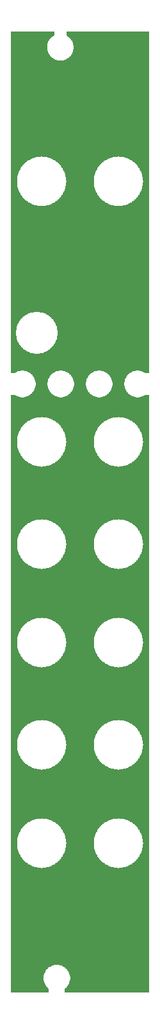
<source format=gbl>
G04 MADE WITH FRITZING*
G04 WWW.FRITZING.ORG*
G04 DOUBLE SIDED*
G04 HOLES PLATED*
G04 CONTOUR ON CENTER OF CONTOUR VECTOR*
%ASAXBY*%
%FSLAX23Y23*%
%MOIN*%
%OFA0B0*%
%SFA1.0B1.0*%
%ADD10C,0.075000*%
%LNCOPPER0*%
G90*
G70*
G54D10*
X109Y4958D03*
G36*
X40Y5019D02*
X40Y4869D01*
X288Y4869D01*
X288Y4871D01*
X278Y4871D01*
X278Y4873D01*
X272Y4873D01*
X272Y4875D01*
X268Y4875D01*
X268Y4877D01*
X264Y4877D01*
X264Y4879D01*
X260Y4879D01*
X260Y4881D01*
X258Y4881D01*
X258Y4883D01*
X254Y4883D01*
X254Y4885D01*
X252Y4885D01*
X252Y4887D01*
X250Y4887D01*
X250Y4889D01*
X248Y4889D01*
X248Y4891D01*
X246Y4891D01*
X246Y4893D01*
X244Y4893D01*
X244Y4895D01*
X242Y4895D01*
X242Y4899D01*
X240Y4899D01*
X240Y4901D01*
X238Y4901D01*
X238Y4905D01*
X236Y4905D01*
X236Y4909D01*
X234Y4909D01*
X234Y4913D01*
X232Y4913D01*
X232Y4919D01*
X230Y4919D01*
X230Y4927D01*
X228Y4927D01*
X228Y4951D01*
X230Y4951D01*
X230Y4959D01*
X232Y4959D01*
X232Y4963D01*
X234Y4963D01*
X234Y4969D01*
X236Y4969D01*
X236Y4973D01*
X238Y4973D01*
X238Y4975D01*
X240Y4975D01*
X240Y4979D01*
X242Y4979D01*
X242Y4981D01*
X244Y4981D01*
X244Y4983D01*
X246Y4983D01*
X246Y4987D01*
X248Y4987D01*
X248Y4989D01*
X252Y4989D01*
X252Y4991D01*
X254Y4991D01*
X254Y4993D01*
X256Y4993D01*
X256Y4995D01*
X260Y4995D01*
X260Y4997D01*
X262Y4997D01*
X262Y4999D01*
X266Y4999D01*
X266Y5019D01*
X40Y5019D01*
G37*
D02*
G36*
X328Y5019D02*
X328Y4999D01*
X332Y4999D01*
X332Y4997D01*
X334Y4997D01*
X334Y4995D01*
X338Y4995D01*
X338Y4993D01*
X340Y4993D01*
X340Y4991D01*
X342Y4991D01*
X342Y4989D01*
X344Y4989D01*
X344Y4987D01*
X346Y4987D01*
X346Y4985D01*
X348Y4985D01*
X348Y4983D01*
X350Y4983D01*
X350Y4981D01*
X352Y4981D01*
X352Y4979D01*
X354Y4979D01*
X354Y4975D01*
X356Y4975D01*
X356Y4973D01*
X358Y4973D01*
X358Y4969D01*
X360Y4969D01*
X360Y4963D01*
X362Y4963D01*
X362Y4957D01*
X364Y4957D01*
X364Y4949D01*
X366Y4949D01*
X366Y4927D01*
X364Y4927D01*
X364Y4919D01*
X362Y4919D01*
X362Y4913D01*
X360Y4913D01*
X360Y4909D01*
X358Y4909D01*
X358Y4905D01*
X356Y4905D01*
X356Y4901D01*
X354Y4901D01*
X354Y4899D01*
X352Y4899D01*
X352Y4895D01*
X350Y4895D01*
X350Y4893D01*
X348Y4893D01*
X348Y4891D01*
X346Y4891D01*
X346Y4889D01*
X344Y4889D01*
X344Y4887D01*
X342Y4887D01*
X342Y4885D01*
X340Y4885D01*
X340Y4883D01*
X336Y4883D01*
X336Y4881D01*
X334Y4881D01*
X334Y4879D01*
X330Y4879D01*
X330Y4877D01*
X326Y4877D01*
X326Y4875D01*
X322Y4875D01*
X322Y4873D01*
X316Y4873D01*
X316Y4871D01*
X306Y4871D01*
X306Y4869D01*
X758Y4869D01*
X758Y5019D01*
X328Y5019D01*
G37*
D02*
G36*
X40Y4869D02*
X40Y4867D01*
X758Y4867D01*
X758Y4869D01*
X40Y4869D01*
G37*
D02*
G36*
X40Y4869D02*
X40Y4867D01*
X758Y4867D01*
X758Y4869D01*
X40Y4869D01*
G37*
D02*
G36*
X40Y4867D02*
X40Y4373D01*
X602Y4373D01*
X602Y4371D01*
X622Y4371D01*
X622Y4369D01*
X630Y4369D01*
X630Y4367D01*
X638Y4367D01*
X638Y4365D01*
X644Y4365D01*
X644Y4363D01*
X648Y4363D01*
X648Y4361D01*
X652Y4361D01*
X652Y4359D01*
X656Y4359D01*
X656Y4357D01*
X660Y4357D01*
X660Y4355D01*
X664Y4355D01*
X664Y4353D01*
X668Y4353D01*
X668Y4351D01*
X670Y4351D01*
X670Y4349D01*
X674Y4349D01*
X674Y4347D01*
X676Y4347D01*
X676Y4345D01*
X678Y4345D01*
X678Y4343D01*
X682Y4343D01*
X682Y4341D01*
X684Y4341D01*
X684Y4339D01*
X686Y4339D01*
X686Y4337D01*
X688Y4337D01*
X688Y4335D01*
X690Y4335D01*
X690Y4333D01*
X692Y4333D01*
X692Y4331D01*
X694Y4331D01*
X694Y4329D01*
X696Y4329D01*
X696Y4327D01*
X698Y4327D01*
X698Y4323D01*
X700Y4323D01*
X700Y4321D01*
X702Y4321D01*
X702Y4319D01*
X704Y4319D01*
X704Y4315D01*
X706Y4315D01*
X706Y4313D01*
X708Y4313D01*
X708Y4309D01*
X710Y4309D01*
X710Y4305D01*
X712Y4305D01*
X712Y4301D01*
X714Y4301D01*
X714Y4297D01*
X716Y4297D01*
X716Y4293D01*
X718Y4293D01*
X718Y4289D01*
X720Y4289D01*
X720Y4283D01*
X722Y4283D01*
X722Y4275D01*
X724Y4275D01*
X724Y4267D01*
X726Y4267D01*
X726Y4247D01*
X728Y4247D01*
X728Y4241D01*
X726Y4241D01*
X726Y4221D01*
X724Y4221D01*
X724Y4213D01*
X722Y4213D01*
X722Y4205D01*
X720Y4205D01*
X720Y4199D01*
X718Y4199D01*
X718Y4195D01*
X716Y4195D01*
X716Y4191D01*
X714Y4191D01*
X714Y4187D01*
X712Y4187D01*
X712Y4183D01*
X710Y4183D01*
X710Y4179D01*
X708Y4179D01*
X708Y4175D01*
X706Y4175D01*
X706Y4173D01*
X704Y4173D01*
X704Y4169D01*
X702Y4169D01*
X702Y4167D01*
X700Y4167D01*
X700Y4165D01*
X698Y4165D01*
X698Y4161D01*
X696Y4161D01*
X696Y4159D01*
X694Y4159D01*
X694Y4157D01*
X692Y4157D01*
X692Y4155D01*
X690Y4155D01*
X690Y4153D01*
X688Y4153D01*
X688Y4151D01*
X686Y4151D01*
X686Y4149D01*
X684Y4149D01*
X684Y4147D01*
X682Y4147D01*
X682Y4145D01*
X678Y4145D01*
X678Y4143D01*
X676Y4143D01*
X676Y4141D01*
X674Y4141D01*
X674Y4139D01*
X670Y4139D01*
X670Y4137D01*
X668Y4137D01*
X668Y4135D01*
X664Y4135D01*
X664Y4133D01*
X660Y4133D01*
X660Y4131D01*
X656Y4131D01*
X656Y4129D01*
X652Y4129D01*
X652Y4127D01*
X648Y4127D01*
X648Y4125D01*
X644Y4125D01*
X644Y4123D01*
X638Y4123D01*
X638Y4121D01*
X630Y4121D01*
X630Y4119D01*
X622Y4119D01*
X622Y4117D01*
X600Y4117D01*
X600Y4115D01*
X758Y4115D01*
X758Y4867D01*
X40Y4867D01*
G37*
D02*
G36*
X40Y4373D02*
X40Y4115D01*
X198Y4115D01*
X198Y4117D01*
X176Y4117D01*
X176Y4119D01*
X168Y4119D01*
X168Y4121D01*
X160Y4121D01*
X160Y4123D01*
X156Y4123D01*
X156Y4125D01*
X150Y4125D01*
X150Y4127D01*
X146Y4127D01*
X146Y4129D01*
X142Y4129D01*
X142Y4131D01*
X138Y4131D01*
X138Y4133D01*
X134Y4133D01*
X134Y4135D01*
X130Y4135D01*
X130Y4137D01*
X128Y4137D01*
X128Y4139D01*
X124Y4139D01*
X124Y4141D01*
X122Y4141D01*
X122Y4143D01*
X120Y4143D01*
X120Y4145D01*
X116Y4145D01*
X116Y4147D01*
X114Y4147D01*
X114Y4149D01*
X112Y4149D01*
X112Y4151D01*
X110Y4151D01*
X110Y4153D01*
X108Y4153D01*
X108Y4155D01*
X106Y4155D01*
X106Y4157D01*
X104Y4157D01*
X104Y4159D01*
X102Y4159D01*
X102Y4161D01*
X100Y4161D01*
X100Y4165D01*
X98Y4165D01*
X98Y4167D01*
X96Y4167D01*
X96Y4169D01*
X94Y4169D01*
X94Y4173D01*
X92Y4173D01*
X92Y4175D01*
X90Y4175D01*
X90Y4179D01*
X88Y4179D01*
X88Y4183D01*
X86Y4183D01*
X86Y4187D01*
X84Y4187D01*
X84Y4191D01*
X82Y4191D01*
X82Y4195D01*
X80Y4195D01*
X80Y4201D01*
X78Y4201D01*
X78Y4205D01*
X76Y4205D01*
X76Y4213D01*
X74Y4213D01*
X74Y4223D01*
X72Y4223D01*
X72Y4243D01*
X70Y4243D01*
X70Y4245D01*
X72Y4245D01*
X72Y4265D01*
X74Y4265D01*
X74Y4275D01*
X76Y4275D01*
X76Y4283D01*
X78Y4283D01*
X78Y4287D01*
X80Y4287D01*
X80Y4293D01*
X82Y4293D01*
X82Y4297D01*
X84Y4297D01*
X84Y4301D01*
X86Y4301D01*
X86Y4305D01*
X88Y4305D01*
X88Y4309D01*
X90Y4309D01*
X90Y4313D01*
X92Y4313D01*
X92Y4315D01*
X94Y4315D01*
X94Y4319D01*
X96Y4319D01*
X96Y4321D01*
X98Y4321D01*
X98Y4323D01*
X100Y4323D01*
X100Y4327D01*
X102Y4327D01*
X102Y4329D01*
X104Y4329D01*
X104Y4331D01*
X106Y4331D01*
X106Y4333D01*
X108Y4333D01*
X108Y4335D01*
X110Y4335D01*
X110Y4337D01*
X112Y4337D01*
X112Y4339D01*
X114Y4339D01*
X114Y4341D01*
X116Y4341D01*
X116Y4343D01*
X120Y4343D01*
X120Y4345D01*
X122Y4345D01*
X122Y4347D01*
X124Y4347D01*
X124Y4349D01*
X128Y4349D01*
X128Y4351D01*
X130Y4351D01*
X130Y4353D01*
X134Y4353D01*
X134Y4355D01*
X138Y4355D01*
X138Y4357D01*
X142Y4357D01*
X142Y4359D01*
X146Y4359D01*
X146Y4361D01*
X150Y4361D01*
X150Y4363D01*
X156Y4363D01*
X156Y4365D01*
X160Y4365D01*
X160Y4367D01*
X168Y4367D01*
X168Y4369D01*
X176Y4369D01*
X176Y4371D01*
X196Y4371D01*
X196Y4373D01*
X40Y4373D01*
G37*
D02*
G36*
X202Y4373D02*
X202Y4371D01*
X222Y4371D01*
X222Y4369D01*
X230Y4369D01*
X230Y4367D01*
X238Y4367D01*
X238Y4365D01*
X244Y4365D01*
X244Y4363D01*
X248Y4363D01*
X248Y4361D01*
X252Y4361D01*
X252Y4359D01*
X256Y4359D01*
X256Y4357D01*
X260Y4357D01*
X260Y4355D01*
X264Y4355D01*
X264Y4353D01*
X268Y4353D01*
X268Y4351D01*
X270Y4351D01*
X270Y4349D01*
X274Y4349D01*
X274Y4347D01*
X276Y4347D01*
X276Y4345D01*
X278Y4345D01*
X278Y4343D01*
X282Y4343D01*
X282Y4341D01*
X284Y4341D01*
X284Y4339D01*
X286Y4339D01*
X286Y4337D01*
X288Y4337D01*
X288Y4335D01*
X290Y4335D01*
X290Y4333D01*
X292Y4333D01*
X292Y4331D01*
X294Y4331D01*
X294Y4329D01*
X296Y4329D01*
X296Y4327D01*
X298Y4327D01*
X298Y4323D01*
X300Y4323D01*
X300Y4321D01*
X302Y4321D01*
X302Y4319D01*
X304Y4319D01*
X304Y4315D01*
X306Y4315D01*
X306Y4313D01*
X308Y4313D01*
X308Y4309D01*
X310Y4309D01*
X310Y4305D01*
X312Y4305D01*
X312Y4301D01*
X314Y4301D01*
X314Y4297D01*
X316Y4297D01*
X316Y4293D01*
X318Y4293D01*
X318Y4289D01*
X320Y4289D01*
X320Y4283D01*
X322Y4283D01*
X322Y4275D01*
X324Y4275D01*
X324Y4267D01*
X326Y4267D01*
X326Y4247D01*
X328Y4247D01*
X328Y4241D01*
X326Y4241D01*
X326Y4221D01*
X324Y4221D01*
X324Y4213D01*
X322Y4213D01*
X322Y4205D01*
X320Y4205D01*
X320Y4199D01*
X318Y4199D01*
X318Y4195D01*
X316Y4195D01*
X316Y4191D01*
X314Y4191D01*
X314Y4187D01*
X312Y4187D01*
X312Y4183D01*
X310Y4183D01*
X310Y4179D01*
X308Y4179D01*
X308Y4175D01*
X306Y4175D01*
X306Y4173D01*
X304Y4173D01*
X304Y4169D01*
X302Y4169D01*
X302Y4167D01*
X300Y4167D01*
X300Y4165D01*
X298Y4165D01*
X298Y4161D01*
X296Y4161D01*
X296Y4159D01*
X294Y4159D01*
X294Y4157D01*
X292Y4157D01*
X292Y4155D01*
X290Y4155D01*
X290Y4153D01*
X288Y4153D01*
X288Y4151D01*
X286Y4151D01*
X286Y4149D01*
X284Y4149D01*
X284Y4147D01*
X282Y4147D01*
X282Y4145D01*
X278Y4145D01*
X278Y4143D01*
X276Y4143D01*
X276Y4141D01*
X274Y4141D01*
X274Y4139D01*
X270Y4139D01*
X270Y4137D01*
X268Y4137D01*
X268Y4135D01*
X264Y4135D01*
X264Y4133D01*
X260Y4133D01*
X260Y4131D01*
X256Y4131D01*
X256Y4129D01*
X252Y4129D01*
X252Y4127D01*
X248Y4127D01*
X248Y4125D01*
X244Y4125D01*
X244Y4123D01*
X238Y4123D01*
X238Y4121D01*
X230Y4121D01*
X230Y4119D01*
X222Y4119D01*
X222Y4117D01*
X200Y4117D01*
X200Y4115D01*
X598Y4115D01*
X598Y4117D01*
X576Y4117D01*
X576Y4119D01*
X568Y4119D01*
X568Y4121D01*
X560Y4121D01*
X560Y4123D01*
X556Y4123D01*
X556Y4125D01*
X550Y4125D01*
X550Y4127D01*
X546Y4127D01*
X546Y4129D01*
X542Y4129D01*
X542Y4131D01*
X538Y4131D01*
X538Y4133D01*
X534Y4133D01*
X534Y4135D01*
X530Y4135D01*
X530Y4137D01*
X528Y4137D01*
X528Y4139D01*
X524Y4139D01*
X524Y4141D01*
X522Y4141D01*
X522Y4143D01*
X520Y4143D01*
X520Y4145D01*
X516Y4145D01*
X516Y4147D01*
X514Y4147D01*
X514Y4149D01*
X512Y4149D01*
X512Y4151D01*
X510Y4151D01*
X510Y4153D01*
X508Y4153D01*
X508Y4155D01*
X506Y4155D01*
X506Y4157D01*
X504Y4157D01*
X504Y4159D01*
X502Y4159D01*
X502Y4161D01*
X500Y4161D01*
X500Y4165D01*
X498Y4165D01*
X498Y4167D01*
X496Y4167D01*
X496Y4169D01*
X494Y4169D01*
X494Y4173D01*
X492Y4173D01*
X492Y4175D01*
X490Y4175D01*
X490Y4179D01*
X488Y4179D01*
X488Y4183D01*
X486Y4183D01*
X486Y4187D01*
X484Y4187D01*
X484Y4191D01*
X482Y4191D01*
X482Y4195D01*
X480Y4195D01*
X480Y4201D01*
X478Y4201D01*
X478Y4205D01*
X476Y4205D01*
X476Y4213D01*
X474Y4213D01*
X474Y4223D01*
X472Y4223D01*
X472Y4243D01*
X470Y4243D01*
X470Y4245D01*
X472Y4245D01*
X472Y4265D01*
X474Y4265D01*
X474Y4275D01*
X476Y4275D01*
X476Y4283D01*
X478Y4283D01*
X478Y4287D01*
X480Y4287D01*
X480Y4293D01*
X482Y4293D01*
X482Y4297D01*
X484Y4297D01*
X484Y4301D01*
X486Y4301D01*
X486Y4305D01*
X488Y4305D01*
X488Y4309D01*
X490Y4309D01*
X490Y4313D01*
X492Y4313D01*
X492Y4315D01*
X494Y4315D01*
X494Y4319D01*
X496Y4319D01*
X496Y4321D01*
X498Y4321D01*
X498Y4323D01*
X500Y4323D01*
X500Y4327D01*
X502Y4327D01*
X502Y4329D01*
X504Y4329D01*
X504Y4331D01*
X506Y4331D01*
X506Y4333D01*
X508Y4333D01*
X508Y4335D01*
X510Y4335D01*
X510Y4337D01*
X512Y4337D01*
X512Y4339D01*
X514Y4339D01*
X514Y4341D01*
X516Y4341D01*
X516Y4343D01*
X520Y4343D01*
X520Y4345D01*
X522Y4345D01*
X522Y4347D01*
X524Y4347D01*
X524Y4349D01*
X528Y4349D01*
X528Y4351D01*
X530Y4351D01*
X530Y4353D01*
X534Y4353D01*
X534Y4355D01*
X538Y4355D01*
X538Y4357D01*
X542Y4357D01*
X542Y4359D01*
X546Y4359D01*
X546Y4361D01*
X550Y4361D01*
X550Y4363D01*
X556Y4363D01*
X556Y4365D01*
X560Y4365D01*
X560Y4367D01*
X568Y4367D01*
X568Y4369D01*
X576Y4369D01*
X576Y4371D01*
X596Y4371D01*
X596Y4373D01*
X202Y4373D01*
G37*
D02*
G36*
X40Y4115D02*
X40Y4113D01*
X758Y4113D01*
X758Y4115D01*
X40Y4115D01*
G37*
D02*
G36*
X40Y4115D02*
X40Y4113D01*
X758Y4113D01*
X758Y4115D01*
X40Y4115D01*
G37*
D02*
G36*
X40Y4115D02*
X40Y4113D01*
X758Y4113D01*
X758Y4115D01*
X40Y4115D01*
G37*
D02*
G36*
X40Y4113D02*
X40Y3567D01*
X190Y3567D01*
X190Y3565D01*
X200Y3565D01*
X200Y3563D01*
X208Y3563D01*
X208Y3561D01*
X212Y3561D01*
X212Y3559D01*
X218Y3559D01*
X218Y3557D01*
X222Y3557D01*
X222Y3555D01*
X226Y3555D01*
X226Y3553D01*
X230Y3553D01*
X230Y3551D01*
X232Y3551D01*
X232Y3549D01*
X236Y3549D01*
X236Y3547D01*
X238Y3547D01*
X238Y3545D01*
X242Y3545D01*
X242Y3543D01*
X244Y3543D01*
X244Y3541D01*
X246Y3541D01*
X246Y3539D01*
X248Y3539D01*
X248Y3537D01*
X250Y3537D01*
X250Y3535D01*
X252Y3535D01*
X252Y3533D01*
X254Y3533D01*
X254Y3531D01*
X256Y3531D01*
X256Y3529D01*
X258Y3529D01*
X258Y3527D01*
X260Y3527D01*
X260Y3523D01*
X262Y3523D01*
X262Y3521D01*
X264Y3521D01*
X264Y3517D01*
X266Y3517D01*
X266Y3515D01*
X268Y3515D01*
X268Y3511D01*
X270Y3511D01*
X270Y3507D01*
X272Y3507D01*
X272Y3503D01*
X274Y3503D01*
X274Y3497D01*
X276Y3497D01*
X276Y3493D01*
X278Y3493D01*
X278Y3485D01*
X280Y3485D01*
X280Y3475D01*
X282Y3475D01*
X282Y3443D01*
X280Y3443D01*
X280Y3433D01*
X278Y3433D01*
X278Y3425D01*
X276Y3425D01*
X276Y3421D01*
X274Y3421D01*
X274Y3415D01*
X272Y3415D01*
X272Y3411D01*
X270Y3411D01*
X270Y3407D01*
X268Y3407D01*
X268Y3403D01*
X266Y3403D01*
X266Y3401D01*
X264Y3401D01*
X264Y3397D01*
X262Y3397D01*
X262Y3395D01*
X260Y3395D01*
X260Y3391D01*
X258Y3391D01*
X258Y3389D01*
X256Y3389D01*
X256Y3387D01*
X254Y3387D01*
X254Y3385D01*
X252Y3385D01*
X252Y3383D01*
X250Y3383D01*
X250Y3381D01*
X248Y3381D01*
X248Y3379D01*
X246Y3379D01*
X246Y3377D01*
X244Y3377D01*
X244Y3375D01*
X242Y3375D01*
X242Y3373D01*
X238Y3373D01*
X238Y3371D01*
X236Y3371D01*
X236Y3369D01*
X232Y3369D01*
X232Y3367D01*
X230Y3367D01*
X230Y3365D01*
X226Y3365D01*
X226Y3363D01*
X222Y3363D01*
X222Y3361D01*
X218Y3361D01*
X218Y3359D01*
X212Y3359D01*
X212Y3357D01*
X208Y3357D01*
X208Y3355D01*
X200Y3355D01*
X200Y3353D01*
X190Y3353D01*
X190Y3351D01*
X758Y3351D01*
X758Y4113D01*
X40Y4113D01*
G37*
D02*
G36*
X40Y3567D02*
X40Y3351D01*
X158Y3351D01*
X158Y3353D01*
X148Y3353D01*
X148Y3355D01*
X140Y3355D01*
X140Y3357D01*
X136Y3357D01*
X136Y3359D01*
X130Y3359D01*
X130Y3361D01*
X126Y3361D01*
X126Y3363D01*
X122Y3363D01*
X122Y3365D01*
X118Y3365D01*
X118Y3367D01*
X116Y3367D01*
X116Y3369D01*
X112Y3369D01*
X112Y3371D01*
X110Y3371D01*
X110Y3373D01*
X106Y3373D01*
X106Y3375D01*
X104Y3375D01*
X104Y3377D01*
X102Y3377D01*
X102Y3379D01*
X100Y3379D01*
X100Y3381D01*
X98Y3381D01*
X98Y3383D01*
X96Y3383D01*
X96Y3385D01*
X94Y3385D01*
X94Y3387D01*
X92Y3387D01*
X92Y3389D01*
X90Y3389D01*
X90Y3391D01*
X88Y3391D01*
X88Y3395D01*
X86Y3395D01*
X86Y3397D01*
X84Y3397D01*
X84Y3401D01*
X82Y3401D01*
X82Y3403D01*
X80Y3403D01*
X80Y3407D01*
X78Y3407D01*
X78Y3411D01*
X76Y3411D01*
X76Y3415D01*
X74Y3415D01*
X74Y3421D01*
X72Y3421D01*
X72Y3425D01*
X70Y3425D01*
X70Y3433D01*
X68Y3433D01*
X68Y3443D01*
X66Y3443D01*
X66Y3475D01*
X68Y3475D01*
X68Y3485D01*
X70Y3485D01*
X70Y3493D01*
X72Y3493D01*
X72Y3497D01*
X74Y3497D01*
X74Y3503D01*
X76Y3503D01*
X76Y3507D01*
X78Y3507D01*
X78Y3511D01*
X80Y3511D01*
X80Y3515D01*
X82Y3515D01*
X82Y3517D01*
X84Y3517D01*
X84Y3521D01*
X86Y3521D01*
X86Y3523D01*
X88Y3523D01*
X88Y3527D01*
X90Y3527D01*
X90Y3529D01*
X92Y3529D01*
X92Y3531D01*
X94Y3531D01*
X94Y3533D01*
X96Y3533D01*
X96Y3535D01*
X98Y3535D01*
X98Y3537D01*
X100Y3537D01*
X100Y3539D01*
X102Y3539D01*
X102Y3541D01*
X104Y3541D01*
X104Y3543D01*
X106Y3543D01*
X106Y3545D01*
X110Y3545D01*
X110Y3547D01*
X112Y3547D01*
X112Y3549D01*
X116Y3549D01*
X116Y3551D01*
X118Y3551D01*
X118Y3553D01*
X122Y3553D01*
X122Y3555D01*
X126Y3555D01*
X126Y3557D01*
X130Y3557D01*
X130Y3559D01*
X136Y3559D01*
X136Y3561D01*
X140Y3561D01*
X140Y3563D01*
X148Y3563D01*
X148Y3565D01*
X158Y3565D01*
X158Y3567D01*
X40Y3567D01*
G37*
D02*
G36*
X40Y3351D02*
X40Y3349D01*
X758Y3349D01*
X758Y3351D01*
X40Y3351D01*
G37*
D02*
G36*
X40Y3351D02*
X40Y3349D01*
X758Y3349D01*
X758Y3351D01*
X40Y3351D01*
G37*
D02*
G36*
X40Y3349D02*
X40Y3263D01*
X710Y3263D01*
X710Y3261D01*
X718Y3261D01*
X718Y3259D01*
X724Y3259D01*
X724Y3257D01*
X728Y3257D01*
X728Y3255D01*
X732Y3255D01*
X732Y3253D01*
X736Y3253D01*
X736Y3251D01*
X758Y3251D01*
X758Y3349D01*
X40Y3349D01*
G37*
D02*
G36*
X40Y3263D02*
X40Y3251D01*
X62Y3251D01*
X62Y3253D01*
X66Y3253D01*
X66Y3255D01*
X70Y3255D01*
X70Y3257D01*
X74Y3257D01*
X74Y3259D01*
X80Y3259D01*
X80Y3261D01*
X88Y3261D01*
X88Y3263D01*
X40Y3263D01*
G37*
D02*
G36*
X110Y3263D02*
X110Y3261D01*
X118Y3261D01*
X118Y3259D01*
X124Y3259D01*
X124Y3257D01*
X128Y3257D01*
X128Y3255D01*
X132Y3255D01*
X132Y3253D01*
X136Y3253D01*
X136Y3251D01*
X140Y3251D01*
X140Y3249D01*
X142Y3249D01*
X142Y3247D01*
X144Y3247D01*
X144Y3245D01*
X146Y3245D01*
X146Y3243D01*
X148Y3243D01*
X148Y3241D01*
X150Y3241D01*
X150Y3239D01*
X152Y3239D01*
X152Y3237D01*
X154Y3237D01*
X154Y3235D01*
X156Y3235D01*
X156Y3231D01*
X158Y3231D01*
X158Y3227D01*
X160Y3227D01*
X160Y3223D01*
X162Y3223D01*
X162Y3219D01*
X164Y3219D01*
X164Y3213D01*
X166Y3213D01*
X166Y3205D01*
X168Y3205D01*
X168Y3183D01*
X166Y3183D01*
X166Y3175D01*
X164Y3175D01*
X164Y3169D01*
X162Y3169D01*
X162Y3165D01*
X160Y3165D01*
X160Y3161D01*
X158Y3161D01*
X158Y3157D01*
X156Y3157D01*
X156Y3153D01*
X154Y3153D01*
X154Y3151D01*
X152Y3151D01*
X152Y3149D01*
X150Y3149D01*
X150Y3147D01*
X148Y3147D01*
X148Y3145D01*
X146Y3145D01*
X146Y3143D01*
X144Y3143D01*
X144Y3141D01*
X142Y3141D01*
X142Y3139D01*
X140Y3139D01*
X140Y3137D01*
X136Y3137D01*
X136Y3135D01*
X132Y3135D01*
X132Y3133D01*
X128Y3133D01*
X128Y3131D01*
X124Y3131D01*
X124Y3129D01*
X118Y3129D01*
X118Y3127D01*
X110Y3127D01*
X110Y3125D01*
X288Y3125D01*
X288Y3127D01*
X280Y3127D01*
X280Y3129D01*
X274Y3129D01*
X274Y3131D01*
X270Y3131D01*
X270Y3133D01*
X266Y3133D01*
X266Y3135D01*
X262Y3135D01*
X262Y3137D01*
X258Y3137D01*
X258Y3139D01*
X256Y3139D01*
X256Y3141D01*
X254Y3141D01*
X254Y3143D01*
X252Y3143D01*
X252Y3145D01*
X250Y3145D01*
X250Y3147D01*
X248Y3147D01*
X248Y3149D01*
X246Y3149D01*
X246Y3151D01*
X244Y3151D01*
X244Y3153D01*
X242Y3153D01*
X242Y3157D01*
X240Y3157D01*
X240Y3161D01*
X238Y3161D01*
X238Y3165D01*
X236Y3165D01*
X236Y3169D01*
X234Y3169D01*
X234Y3175D01*
X232Y3175D01*
X232Y3183D01*
X230Y3183D01*
X230Y3205D01*
X232Y3205D01*
X232Y3213D01*
X234Y3213D01*
X234Y3219D01*
X236Y3219D01*
X236Y3223D01*
X238Y3223D01*
X238Y3227D01*
X240Y3227D01*
X240Y3231D01*
X242Y3231D01*
X242Y3235D01*
X244Y3235D01*
X244Y3237D01*
X246Y3237D01*
X246Y3239D01*
X248Y3239D01*
X248Y3241D01*
X250Y3241D01*
X250Y3243D01*
X252Y3243D01*
X252Y3245D01*
X254Y3245D01*
X254Y3247D01*
X256Y3247D01*
X256Y3249D01*
X258Y3249D01*
X258Y3251D01*
X262Y3251D01*
X262Y3253D01*
X266Y3253D01*
X266Y3255D01*
X270Y3255D01*
X270Y3257D01*
X274Y3257D01*
X274Y3259D01*
X280Y3259D01*
X280Y3261D01*
X288Y3261D01*
X288Y3263D01*
X110Y3263D01*
G37*
D02*
G36*
X310Y3263D02*
X310Y3261D01*
X318Y3261D01*
X318Y3259D01*
X324Y3259D01*
X324Y3257D01*
X328Y3257D01*
X328Y3255D01*
X332Y3255D01*
X332Y3253D01*
X336Y3253D01*
X336Y3251D01*
X340Y3251D01*
X340Y3249D01*
X342Y3249D01*
X342Y3247D01*
X344Y3247D01*
X344Y3245D01*
X346Y3245D01*
X346Y3243D01*
X348Y3243D01*
X348Y3241D01*
X350Y3241D01*
X350Y3239D01*
X352Y3239D01*
X352Y3237D01*
X354Y3237D01*
X354Y3235D01*
X356Y3235D01*
X356Y3231D01*
X358Y3231D01*
X358Y3227D01*
X360Y3227D01*
X360Y3223D01*
X362Y3223D01*
X362Y3219D01*
X364Y3219D01*
X364Y3213D01*
X366Y3213D01*
X366Y3205D01*
X368Y3205D01*
X368Y3183D01*
X366Y3183D01*
X366Y3175D01*
X364Y3175D01*
X364Y3169D01*
X362Y3169D01*
X362Y3165D01*
X360Y3165D01*
X360Y3161D01*
X358Y3161D01*
X358Y3157D01*
X356Y3157D01*
X356Y3153D01*
X354Y3153D01*
X354Y3151D01*
X352Y3151D01*
X352Y3149D01*
X350Y3149D01*
X350Y3147D01*
X348Y3147D01*
X348Y3145D01*
X346Y3145D01*
X346Y3143D01*
X344Y3143D01*
X344Y3141D01*
X342Y3141D01*
X342Y3139D01*
X340Y3139D01*
X340Y3137D01*
X336Y3137D01*
X336Y3135D01*
X332Y3135D01*
X332Y3133D01*
X328Y3133D01*
X328Y3131D01*
X324Y3131D01*
X324Y3129D01*
X318Y3129D01*
X318Y3127D01*
X310Y3127D01*
X310Y3125D01*
X488Y3125D01*
X488Y3127D01*
X480Y3127D01*
X480Y3129D01*
X474Y3129D01*
X474Y3131D01*
X470Y3131D01*
X470Y3133D01*
X466Y3133D01*
X466Y3135D01*
X462Y3135D01*
X462Y3137D01*
X458Y3137D01*
X458Y3139D01*
X456Y3139D01*
X456Y3141D01*
X454Y3141D01*
X454Y3143D01*
X452Y3143D01*
X452Y3145D01*
X450Y3145D01*
X450Y3147D01*
X448Y3147D01*
X448Y3149D01*
X446Y3149D01*
X446Y3151D01*
X444Y3151D01*
X444Y3153D01*
X442Y3153D01*
X442Y3157D01*
X440Y3157D01*
X440Y3161D01*
X438Y3161D01*
X438Y3165D01*
X436Y3165D01*
X436Y3169D01*
X434Y3169D01*
X434Y3175D01*
X432Y3175D01*
X432Y3183D01*
X430Y3183D01*
X430Y3205D01*
X432Y3205D01*
X432Y3213D01*
X434Y3213D01*
X434Y3219D01*
X436Y3219D01*
X436Y3223D01*
X438Y3223D01*
X438Y3227D01*
X440Y3227D01*
X440Y3231D01*
X442Y3231D01*
X442Y3235D01*
X444Y3235D01*
X444Y3237D01*
X446Y3237D01*
X446Y3239D01*
X448Y3239D01*
X448Y3241D01*
X450Y3241D01*
X450Y3243D01*
X452Y3243D01*
X452Y3245D01*
X454Y3245D01*
X454Y3247D01*
X456Y3247D01*
X456Y3249D01*
X458Y3249D01*
X458Y3251D01*
X462Y3251D01*
X462Y3253D01*
X466Y3253D01*
X466Y3255D01*
X470Y3255D01*
X470Y3257D01*
X474Y3257D01*
X474Y3259D01*
X480Y3259D01*
X480Y3261D01*
X488Y3261D01*
X488Y3263D01*
X310Y3263D01*
G37*
D02*
G36*
X510Y3263D02*
X510Y3261D01*
X518Y3261D01*
X518Y3259D01*
X524Y3259D01*
X524Y3257D01*
X528Y3257D01*
X528Y3255D01*
X532Y3255D01*
X532Y3253D01*
X536Y3253D01*
X536Y3251D01*
X540Y3251D01*
X540Y3249D01*
X542Y3249D01*
X542Y3247D01*
X544Y3247D01*
X544Y3245D01*
X546Y3245D01*
X546Y3243D01*
X548Y3243D01*
X548Y3241D01*
X550Y3241D01*
X550Y3239D01*
X552Y3239D01*
X552Y3237D01*
X554Y3237D01*
X554Y3235D01*
X556Y3235D01*
X556Y3231D01*
X558Y3231D01*
X558Y3227D01*
X560Y3227D01*
X560Y3223D01*
X562Y3223D01*
X562Y3219D01*
X564Y3219D01*
X564Y3213D01*
X566Y3213D01*
X566Y3205D01*
X568Y3205D01*
X568Y3183D01*
X566Y3183D01*
X566Y3175D01*
X564Y3175D01*
X564Y3169D01*
X562Y3169D01*
X562Y3165D01*
X560Y3165D01*
X560Y3161D01*
X558Y3161D01*
X558Y3157D01*
X556Y3157D01*
X556Y3153D01*
X554Y3153D01*
X554Y3151D01*
X552Y3151D01*
X552Y3149D01*
X550Y3149D01*
X550Y3147D01*
X548Y3147D01*
X548Y3145D01*
X546Y3145D01*
X546Y3143D01*
X544Y3143D01*
X544Y3141D01*
X542Y3141D01*
X542Y3139D01*
X540Y3139D01*
X540Y3137D01*
X536Y3137D01*
X536Y3135D01*
X532Y3135D01*
X532Y3133D01*
X528Y3133D01*
X528Y3131D01*
X524Y3131D01*
X524Y3129D01*
X518Y3129D01*
X518Y3127D01*
X510Y3127D01*
X510Y3125D01*
X688Y3125D01*
X688Y3127D01*
X680Y3127D01*
X680Y3129D01*
X674Y3129D01*
X674Y3131D01*
X670Y3131D01*
X670Y3133D01*
X666Y3133D01*
X666Y3135D01*
X662Y3135D01*
X662Y3137D01*
X658Y3137D01*
X658Y3139D01*
X656Y3139D01*
X656Y3141D01*
X654Y3141D01*
X654Y3143D01*
X652Y3143D01*
X652Y3145D01*
X650Y3145D01*
X650Y3147D01*
X648Y3147D01*
X648Y3149D01*
X646Y3149D01*
X646Y3151D01*
X644Y3151D01*
X644Y3153D01*
X642Y3153D01*
X642Y3157D01*
X640Y3157D01*
X640Y3161D01*
X638Y3161D01*
X638Y3165D01*
X636Y3165D01*
X636Y3169D01*
X634Y3169D01*
X634Y3175D01*
X632Y3175D01*
X632Y3183D01*
X630Y3183D01*
X630Y3205D01*
X632Y3205D01*
X632Y3213D01*
X634Y3213D01*
X634Y3219D01*
X636Y3219D01*
X636Y3223D01*
X638Y3223D01*
X638Y3227D01*
X640Y3227D01*
X640Y3231D01*
X642Y3231D01*
X642Y3235D01*
X644Y3235D01*
X644Y3237D01*
X646Y3237D01*
X646Y3239D01*
X648Y3239D01*
X648Y3241D01*
X650Y3241D01*
X650Y3243D01*
X652Y3243D01*
X652Y3245D01*
X654Y3245D01*
X654Y3247D01*
X656Y3247D01*
X656Y3249D01*
X658Y3249D01*
X658Y3251D01*
X662Y3251D01*
X662Y3253D01*
X666Y3253D01*
X666Y3255D01*
X670Y3255D01*
X670Y3257D01*
X674Y3257D01*
X674Y3259D01*
X680Y3259D01*
X680Y3261D01*
X688Y3261D01*
X688Y3263D01*
X510Y3263D01*
G37*
D02*
G36*
X40Y3137D02*
X40Y3125D01*
X88Y3125D01*
X88Y3127D01*
X80Y3127D01*
X80Y3129D01*
X74Y3129D01*
X74Y3131D01*
X70Y3131D01*
X70Y3133D01*
X66Y3133D01*
X66Y3135D01*
X62Y3135D01*
X62Y3137D01*
X40Y3137D01*
G37*
D02*
G36*
X736Y3137D02*
X736Y3135D01*
X732Y3135D01*
X732Y3133D01*
X728Y3133D01*
X728Y3131D01*
X724Y3131D01*
X724Y3129D01*
X718Y3129D01*
X718Y3127D01*
X710Y3127D01*
X710Y3125D01*
X758Y3125D01*
X758Y3137D01*
X736Y3137D01*
G37*
D02*
G36*
X40Y3125D02*
X40Y3123D01*
X758Y3123D01*
X758Y3125D01*
X40Y3125D01*
G37*
D02*
G36*
X40Y3125D02*
X40Y3123D01*
X758Y3123D01*
X758Y3125D01*
X40Y3125D01*
G37*
D02*
G36*
X40Y3125D02*
X40Y3123D01*
X758Y3123D01*
X758Y3125D01*
X40Y3125D01*
G37*
D02*
G36*
X40Y3125D02*
X40Y3123D01*
X758Y3123D01*
X758Y3125D01*
X40Y3125D01*
G37*
D02*
G36*
X40Y3125D02*
X40Y3123D01*
X758Y3123D01*
X758Y3125D01*
X40Y3125D01*
G37*
D02*
G36*
X40Y3123D02*
X40Y3023D01*
X602Y3023D01*
X602Y3021D01*
X622Y3021D01*
X622Y3019D01*
X630Y3019D01*
X630Y3017D01*
X638Y3017D01*
X638Y3015D01*
X644Y3015D01*
X644Y3013D01*
X648Y3013D01*
X648Y3011D01*
X652Y3011D01*
X652Y3009D01*
X656Y3009D01*
X656Y3007D01*
X660Y3007D01*
X660Y3005D01*
X664Y3005D01*
X664Y3003D01*
X668Y3003D01*
X668Y3001D01*
X670Y3001D01*
X670Y2999D01*
X674Y2999D01*
X674Y2997D01*
X676Y2997D01*
X676Y2995D01*
X678Y2995D01*
X678Y2993D01*
X682Y2993D01*
X682Y2991D01*
X684Y2991D01*
X684Y2989D01*
X686Y2989D01*
X686Y2987D01*
X688Y2987D01*
X688Y2985D01*
X690Y2985D01*
X690Y2983D01*
X692Y2983D01*
X692Y2981D01*
X694Y2981D01*
X694Y2979D01*
X696Y2979D01*
X696Y2977D01*
X698Y2977D01*
X698Y2973D01*
X700Y2973D01*
X700Y2971D01*
X702Y2971D01*
X702Y2969D01*
X704Y2969D01*
X704Y2965D01*
X706Y2965D01*
X706Y2963D01*
X708Y2963D01*
X708Y2959D01*
X710Y2959D01*
X710Y2955D01*
X712Y2955D01*
X712Y2951D01*
X714Y2951D01*
X714Y2947D01*
X716Y2947D01*
X716Y2943D01*
X718Y2943D01*
X718Y2939D01*
X720Y2939D01*
X720Y2933D01*
X722Y2933D01*
X722Y2925D01*
X724Y2925D01*
X724Y2917D01*
X726Y2917D01*
X726Y2897D01*
X728Y2897D01*
X728Y2891D01*
X726Y2891D01*
X726Y2871D01*
X724Y2871D01*
X724Y2863D01*
X722Y2863D01*
X722Y2855D01*
X720Y2855D01*
X720Y2849D01*
X718Y2849D01*
X718Y2845D01*
X716Y2845D01*
X716Y2841D01*
X714Y2841D01*
X714Y2837D01*
X712Y2837D01*
X712Y2833D01*
X710Y2833D01*
X710Y2829D01*
X708Y2829D01*
X708Y2825D01*
X706Y2825D01*
X706Y2823D01*
X704Y2823D01*
X704Y2819D01*
X702Y2819D01*
X702Y2817D01*
X700Y2817D01*
X700Y2815D01*
X698Y2815D01*
X698Y2811D01*
X696Y2811D01*
X696Y2809D01*
X694Y2809D01*
X694Y2807D01*
X692Y2807D01*
X692Y2805D01*
X690Y2805D01*
X690Y2803D01*
X688Y2803D01*
X688Y2801D01*
X686Y2801D01*
X686Y2799D01*
X684Y2799D01*
X684Y2797D01*
X682Y2797D01*
X682Y2795D01*
X678Y2795D01*
X678Y2793D01*
X676Y2793D01*
X676Y2791D01*
X674Y2791D01*
X674Y2789D01*
X670Y2789D01*
X670Y2787D01*
X668Y2787D01*
X668Y2785D01*
X664Y2785D01*
X664Y2783D01*
X660Y2783D01*
X660Y2781D01*
X656Y2781D01*
X656Y2779D01*
X652Y2779D01*
X652Y2777D01*
X648Y2777D01*
X648Y2775D01*
X644Y2775D01*
X644Y2773D01*
X638Y2773D01*
X638Y2771D01*
X630Y2771D01*
X630Y2769D01*
X622Y2769D01*
X622Y2767D01*
X602Y2767D01*
X602Y2765D01*
X758Y2765D01*
X758Y3123D01*
X40Y3123D01*
G37*
D02*
G36*
X40Y3023D02*
X40Y2765D01*
X196Y2765D01*
X196Y2767D01*
X176Y2767D01*
X176Y2769D01*
X168Y2769D01*
X168Y2771D01*
X160Y2771D01*
X160Y2773D01*
X156Y2773D01*
X156Y2775D01*
X150Y2775D01*
X150Y2777D01*
X146Y2777D01*
X146Y2779D01*
X142Y2779D01*
X142Y2781D01*
X138Y2781D01*
X138Y2783D01*
X134Y2783D01*
X134Y2785D01*
X130Y2785D01*
X130Y2787D01*
X128Y2787D01*
X128Y2789D01*
X124Y2789D01*
X124Y2791D01*
X122Y2791D01*
X122Y2793D01*
X120Y2793D01*
X120Y2795D01*
X116Y2795D01*
X116Y2797D01*
X114Y2797D01*
X114Y2799D01*
X112Y2799D01*
X112Y2801D01*
X110Y2801D01*
X110Y2803D01*
X108Y2803D01*
X108Y2805D01*
X106Y2805D01*
X106Y2807D01*
X104Y2807D01*
X104Y2809D01*
X102Y2809D01*
X102Y2811D01*
X100Y2811D01*
X100Y2815D01*
X98Y2815D01*
X98Y2817D01*
X96Y2817D01*
X96Y2819D01*
X94Y2819D01*
X94Y2823D01*
X92Y2823D01*
X92Y2825D01*
X90Y2825D01*
X90Y2829D01*
X88Y2829D01*
X88Y2833D01*
X86Y2833D01*
X86Y2837D01*
X84Y2837D01*
X84Y2841D01*
X82Y2841D01*
X82Y2845D01*
X80Y2845D01*
X80Y2851D01*
X78Y2851D01*
X78Y2855D01*
X76Y2855D01*
X76Y2863D01*
X74Y2863D01*
X74Y2873D01*
X72Y2873D01*
X72Y2893D01*
X70Y2893D01*
X70Y2895D01*
X72Y2895D01*
X72Y2915D01*
X74Y2915D01*
X74Y2925D01*
X76Y2925D01*
X76Y2933D01*
X78Y2933D01*
X78Y2937D01*
X80Y2937D01*
X80Y2943D01*
X82Y2943D01*
X82Y2947D01*
X84Y2947D01*
X84Y2951D01*
X86Y2951D01*
X86Y2955D01*
X88Y2955D01*
X88Y2959D01*
X90Y2959D01*
X90Y2963D01*
X92Y2963D01*
X92Y2965D01*
X94Y2965D01*
X94Y2969D01*
X96Y2969D01*
X96Y2971D01*
X98Y2971D01*
X98Y2973D01*
X100Y2973D01*
X100Y2977D01*
X102Y2977D01*
X102Y2979D01*
X104Y2979D01*
X104Y2981D01*
X106Y2981D01*
X106Y2983D01*
X108Y2983D01*
X108Y2985D01*
X110Y2985D01*
X110Y2987D01*
X112Y2987D01*
X112Y2989D01*
X114Y2989D01*
X114Y2991D01*
X116Y2991D01*
X116Y2993D01*
X120Y2993D01*
X120Y2995D01*
X122Y2995D01*
X122Y2997D01*
X124Y2997D01*
X124Y2999D01*
X128Y2999D01*
X128Y3001D01*
X130Y3001D01*
X130Y3003D01*
X134Y3003D01*
X134Y3005D01*
X138Y3005D01*
X138Y3007D01*
X142Y3007D01*
X142Y3009D01*
X146Y3009D01*
X146Y3011D01*
X150Y3011D01*
X150Y3013D01*
X156Y3013D01*
X156Y3015D01*
X160Y3015D01*
X160Y3017D01*
X168Y3017D01*
X168Y3019D01*
X178Y3019D01*
X178Y3021D01*
X198Y3021D01*
X198Y3023D01*
X40Y3023D01*
G37*
D02*
G36*
X202Y3023D02*
X202Y3021D01*
X222Y3021D01*
X222Y3019D01*
X230Y3019D01*
X230Y3017D01*
X238Y3017D01*
X238Y3015D01*
X244Y3015D01*
X244Y3013D01*
X248Y3013D01*
X248Y3011D01*
X252Y3011D01*
X252Y3009D01*
X256Y3009D01*
X256Y3007D01*
X260Y3007D01*
X260Y3005D01*
X264Y3005D01*
X264Y3003D01*
X268Y3003D01*
X268Y3001D01*
X270Y3001D01*
X270Y2999D01*
X274Y2999D01*
X274Y2997D01*
X276Y2997D01*
X276Y2995D01*
X278Y2995D01*
X278Y2993D01*
X282Y2993D01*
X282Y2991D01*
X284Y2991D01*
X284Y2989D01*
X286Y2989D01*
X286Y2987D01*
X288Y2987D01*
X288Y2985D01*
X290Y2985D01*
X290Y2983D01*
X292Y2983D01*
X292Y2981D01*
X294Y2981D01*
X294Y2979D01*
X296Y2979D01*
X296Y2977D01*
X298Y2977D01*
X298Y2973D01*
X300Y2973D01*
X300Y2971D01*
X302Y2971D01*
X302Y2969D01*
X304Y2969D01*
X304Y2965D01*
X306Y2965D01*
X306Y2963D01*
X308Y2963D01*
X308Y2959D01*
X310Y2959D01*
X310Y2955D01*
X312Y2955D01*
X312Y2951D01*
X314Y2951D01*
X314Y2947D01*
X316Y2947D01*
X316Y2943D01*
X318Y2943D01*
X318Y2939D01*
X320Y2939D01*
X320Y2933D01*
X322Y2933D01*
X322Y2925D01*
X324Y2925D01*
X324Y2917D01*
X326Y2917D01*
X326Y2897D01*
X328Y2897D01*
X328Y2891D01*
X326Y2891D01*
X326Y2871D01*
X324Y2871D01*
X324Y2863D01*
X322Y2863D01*
X322Y2855D01*
X320Y2855D01*
X320Y2849D01*
X318Y2849D01*
X318Y2845D01*
X316Y2845D01*
X316Y2841D01*
X314Y2841D01*
X314Y2837D01*
X312Y2837D01*
X312Y2833D01*
X310Y2833D01*
X310Y2829D01*
X308Y2829D01*
X308Y2825D01*
X306Y2825D01*
X306Y2823D01*
X304Y2823D01*
X304Y2819D01*
X302Y2819D01*
X302Y2817D01*
X300Y2817D01*
X300Y2815D01*
X298Y2815D01*
X298Y2811D01*
X296Y2811D01*
X296Y2809D01*
X294Y2809D01*
X294Y2807D01*
X292Y2807D01*
X292Y2805D01*
X290Y2805D01*
X290Y2803D01*
X288Y2803D01*
X288Y2801D01*
X286Y2801D01*
X286Y2799D01*
X284Y2799D01*
X284Y2797D01*
X282Y2797D01*
X282Y2795D01*
X278Y2795D01*
X278Y2793D01*
X276Y2793D01*
X276Y2791D01*
X274Y2791D01*
X274Y2789D01*
X270Y2789D01*
X270Y2787D01*
X268Y2787D01*
X268Y2785D01*
X264Y2785D01*
X264Y2783D01*
X260Y2783D01*
X260Y2781D01*
X256Y2781D01*
X256Y2779D01*
X252Y2779D01*
X252Y2777D01*
X248Y2777D01*
X248Y2775D01*
X244Y2775D01*
X244Y2773D01*
X238Y2773D01*
X238Y2771D01*
X230Y2771D01*
X230Y2769D01*
X222Y2769D01*
X222Y2767D01*
X202Y2767D01*
X202Y2765D01*
X596Y2765D01*
X596Y2767D01*
X576Y2767D01*
X576Y2769D01*
X568Y2769D01*
X568Y2771D01*
X560Y2771D01*
X560Y2773D01*
X556Y2773D01*
X556Y2775D01*
X550Y2775D01*
X550Y2777D01*
X546Y2777D01*
X546Y2779D01*
X542Y2779D01*
X542Y2781D01*
X538Y2781D01*
X538Y2783D01*
X534Y2783D01*
X534Y2785D01*
X530Y2785D01*
X530Y2787D01*
X528Y2787D01*
X528Y2789D01*
X524Y2789D01*
X524Y2791D01*
X522Y2791D01*
X522Y2793D01*
X520Y2793D01*
X520Y2795D01*
X516Y2795D01*
X516Y2797D01*
X514Y2797D01*
X514Y2799D01*
X512Y2799D01*
X512Y2801D01*
X510Y2801D01*
X510Y2803D01*
X508Y2803D01*
X508Y2805D01*
X506Y2805D01*
X506Y2807D01*
X504Y2807D01*
X504Y2809D01*
X502Y2809D01*
X502Y2811D01*
X500Y2811D01*
X500Y2815D01*
X498Y2815D01*
X498Y2817D01*
X496Y2817D01*
X496Y2819D01*
X494Y2819D01*
X494Y2823D01*
X492Y2823D01*
X492Y2825D01*
X490Y2825D01*
X490Y2829D01*
X488Y2829D01*
X488Y2833D01*
X486Y2833D01*
X486Y2837D01*
X484Y2837D01*
X484Y2841D01*
X482Y2841D01*
X482Y2845D01*
X480Y2845D01*
X480Y2851D01*
X478Y2851D01*
X478Y2855D01*
X476Y2855D01*
X476Y2863D01*
X474Y2863D01*
X474Y2873D01*
X472Y2873D01*
X472Y2893D01*
X470Y2893D01*
X470Y2895D01*
X472Y2895D01*
X472Y2915D01*
X474Y2915D01*
X474Y2925D01*
X476Y2925D01*
X476Y2933D01*
X478Y2933D01*
X478Y2937D01*
X480Y2937D01*
X480Y2943D01*
X482Y2943D01*
X482Y2947D01*
X484Y2947D01*
X484Y2951D01*
X486Y2951D01*
X486Y2955D01*
X488Y2955D01*
X488Y2959D01*
X490Y2959D01*
X490Y2963D01*
X492Y2963D01*
X492Y2965D01*
X494Y2965D01*
X494Y2969D01*
X496Y2969D01*
X496Y2971D01*
X498Y2971D01*
X498Y2973D01*
X500Y2973D01*
X500Y2977D01*
X502Y2977D01*
X502Y2979D01*
X504Y2979D01*
X504Y2981D01*
X506Y2981D01*
X506Y2983D01*
X508Y2983D01*
X508Y2985D01*
X510Y2985D01*
X510Y2987D01*
X512Y2987D01*
X512Y2989D01*
X514Y2989D01*
X514Y2991D01*
X516Y2991D01*
X516Y2993D01*
X520Y2993D01*
X520Y2995D01*
X522Y2995D01*
X522Y2997D01*
X524Y2997D01*
X524Y2999D01*
X528Y2999D01*
X528Y3001D01*
X530Y3001D01*
X530Y3003D01*
X534Y3003D01*
X534Y3005D01*
X538Y3005D01*
X538Y3007D01*
X542Y3007D01*
X542Y3009D01*
X546Y3009D01*
X546Y3011D01*
X550Y3011D01*
X550Y3013D01*
X556Y3013D01*
X556Y3015D01*
X560Y3015D01*
X560Y3017D01*
X568Y3017D01*
X568Y3019D01*
X578Y3019D01*
X578Y3021D01*
X598Y3021D01*
X598Y3023D01*
X202Y3023D01*
G37*
D02*
G36*
X40Y2765D02*
X40Y2763D01*
X758Y2763D01*
X758Y2765D01*
X40Y2765D01*
G37*
D02*
G36*
X40Y2765D02*
X40Y2763D01*
X758Y2763D01*
X758Y2765D01*
X40Y2765D01*
G37*
D02*
G36*
X40Y2765D02*
X40Y2763D01*
X758Y2763D01*
X758Y2765D01*
X40Y2765D01*
G37*
D02*
G36*
X40Y2763D02*
X40Y2493D01*
X602Y2493D01*
X602Y2491D01*
X622Y2491D01*
X622Y2489D01*
X630Y2489D01*
X630Y2487D01*
X638Y2487D01*
X638Y2485D01*
X644Y2485D01*
X644Y2483D01*
X648Y2483D01*
X648Y2481D01*
X652Y2481D01*
X652Y2479D01*
X656Y2479D01*
X656Y2477D01*
X660Y2477D01*
X660Y2475D01*
X664Y2475D01*
X664Y2473D01*
X668Y2473D01*
X668Y2471D01*
X670Y2471D01*
X670Y2469D01*
X674Y2469D01*
X674Y2467D01*
X676Y2467D01*
X676Y2465D01*
X678Y2465D01*
X678Y2463D01*
X682Y2463D01*
X682Y2461D01*
X684Y2461D01*
X684Y2459D01*
X686Y2459D01*
X686Y2457D01*
X688Y2457D01*
X688Y2455D01*
X690Y2455D01*
X690Y2453D01*
X692Y2453D01*
X692Y2451D01*
X694Y2451D01*
X694Y2449D01*
X696Y2449D01*
X696Y2447D01*
X698Y2447D01*
X698Y2443D01*
X700Y2443D01*
X700Y2441D01*
X702Y2441D01*
X702Y2439D01*
X704Y2439D01*
X704Y2435D01*
X706Y2435D01*
X706Y2433D01*
X708Y2433D01*
X708Y2429D01*
X710Y2429D01*
X710Y2425D01*
X712Y2425D01*
X712Y2421D01*
X714Y2421D01*
X714Y2417D01*
X716Y2417D01*
X716Y2413D01*
X718Y2413D01*
X718Y2409D01*
X720Y2409D01*
X720Y2403D01*
X722Y2403D01*
X722Y2395D01*
X724Y2395D01*
X724Y2387D01*
X726Y2387D01*
X726Y2367D01*
X728Y2367D01*
X728Y2361D01*
X726Y2361D01*
X726Y2341D01*
X724Y2341D01*
X724Y2333D01*
X722Y2333D01*
X722Y2325D01*
X720Y2325D01*
X720Y2319D01*
X718Y2319D01*
X718Y2315D01*
X716Y2315D01*
X716Y2311D01*
X714Y2311D01*
X714Y2307D01*
X712Y2307D01*
X712Y2303D01*
X710Y2303D01*
X710Y2299D01*
X708Y2299D01*
X708Y2295D01*
X706Y2295D01*
X706Y2293D01*
X704Y2293D01*
X704Y2289D01*
X702Y2289D01*
X702Y2287D01*
X700Y2287D01*
X700Y2285D01*
X698Y2285D01*
X698Y2281D01*
X696Y2281D01*
X696Y2279D01*
X694Y2279D01*
X694Y2277D01*
X692Y2277D01*
X692Y2275D01*
X690Y2275D01*
X690Y2273D01*
X688Y2273D01*
X688Y2271D01*
X686Y2271D01*
X686Y2269D01*
X684Y2269D01*
X684Y2267D01*
X682Y2267D01*
X682Y2265D01*
X678Y2265D01*
X678Y2263D01*
X676Y2263D01*
X676Y2261D01*
X674Y2261D01*
X674Y2259D01*
X670Y2259D01*
X670Y2257D01*
X668Y2257D01*
X668Y2255D01*
X664Y2255D01*
X664Y2253D01*
X660Y2253D01*
X660Y2251D01*
X656Y2251D01*
X656Y2249D01*
X652Y2249D01*
X652Y2247D01*
X648Y2247D01*
X648Y2245D01*
X644Y2245D01*
X644Y2243D01*
X638Y2243D01*
X638Y2241D01*
X630Y2241D01*
X630Y2239D01*
X622Y2239D01*
X622Y2237D01*
X602Y2237D01*
X602Y2235D01*
X758Y2235D01*
X758Y2763D01*
X40Y2763D01*
G37*
D02*
G36*
X40Y2493D02*
X40Y2235D01*
X196Y2235D01*
X196Y2237D01*
X176Y2237D01*
X176Y2239D01*
X168Y2239D01*
X168Y2241D01*
X160Y2241D01*
X160Y2243D01*
X156Y2243D01*
X156Y2245D01*
X150Y2245D01*
X150Y2247D01*
X146Y2247D01*
X146Y2249D01*
X142Y2249D01*
X142Y2251D01*
X138Y2251D01*
X138Y2253D01*
X134Y2253D01*
X134Y2255D01*
X130Y2255D01*
X130Y2257D01*
X128Y2257D01*
X128Y2259D01*
X124Y2259D01*
X124Y2261D01*
X122Y2261D01*
X122Y2263D01*
X120Y2263D01*
X120Y2265D01*
X116Y2265D01*
X116Y2267D01*
X114Y2267D01*
X114Y2269D01*
X112Y2269D01*
X112Y2271D01*
X110Y2271D01*
X110Y2273D01*
X108Y2273D01*
X108Y2275D01*
X106Y2275D01*
X106Y2277D01*
X104Y2277D01*
X104Y2279D01*
X102Y2279D01*
X102Y2281D01*
X100Y2281D01*
X100Y2285D01*
X98Y2285D01*
X98Y2287D01*
X96Y2287D01*
X96Y2289D01*
X94Y2289D01*
X94Y2293D01*
X92Y2293D01*
X92Y2295D01*
X90Y2295D01*
X90Y2299D01*
X88Y2299D01*
X88Y2303D01*
X86Y2303D01*
X86Y2307D01*
X84Y2307D01*
X84Y2311D01*
X82Y2311D01*
X82Y2315D01*
X80Y2315D01*
X80Y2321D01*
X78Y2321D01*
X78Y2325D01*
X76Y2325D01*
X76Y2333D01*
X74Y2333D01*
X74Y2343D01*
X72Y2343D01*
X72Y2363D01*
X70Y2363D01*
X70Y2365D01*
X72Y2365D01*
X72Y2385D01*
X74Y2385D01*
X74Y2395D01*
X76Y2395D01*
X76Y2403D01*
X78Y2403D01*
X78Y2407D01*
X80Y2407D01*
X80Y2413D01*
X82Y2413D01*
X82Y2417D01*
X84Y2417D01*
X84Y2421D01*
X86Y2421D01*
X86Y2425D01*
X88Y2425D01*
X88Y2429D01*
X90Y2429D01*
X90Y2433D01*
X92Y2433D01*
X92Y2435D01*
X94Y2435D01*
X94Y2439D01*
X96Y2439D01*
X96Y2441D01*
X98Y2441D01*
X98Y2443D01*
X100Y2443D01*
X100Y2447D01*
X102Y2447D01*
X102Y2449D01*
X104Y2449D01*
X104Y2451D01*
X106Y2451D01*
X106Y2453D01*
X108Y2453D01*
X108Y2455D01*
X110Y2455D01*
X110Y2457D01*
X112Y2457D01*
X112Y2459D01*
X114Y2459D01*
X114Y2461D01*
X116Y2461D01*
X116Y2463D01*
X120Y2463D01*
X120Y2465D01*
X122Y2465D01*
X122Y2467D01*
X124Y2467D01*
X124Y2469D01*
X128Y2469D01*
X128Y2471D01*
X130Y2471D01*
X130Y2473D01*
X134Y2473D01*
X134Y2475D01*
X138Y2475D01*
X138Y2477D01*
X142Y2477D01*
X142Y2479D01*
X146Y2479D01*
X146Y2481D01*
X150Y2481D01*
X150Y2483D01*
X156Y2483D01*
X156Y2485D01*
X160Y2485D01*
X160Y2487D01*
X168Y2487D01*
X168Y2489D01*
X178Y2489D01*
X178Y2491D01*
X198Y2491D01*
X198Y2493D01*
X40Y2493D01*
G37*
D02*
G36*
X202Y2493D02*
X202Y2491D01*
X222Y2491D01*
X222Y2489D01*
X230Y2489D01*
X230Y2487D01*
X238Y2487D01*
X238Y2485D01*
X244Y2485D01*
X244Y2483D01*
X248Y2483D01*
X248Y2481D01*
X252Y2481D01*
X252Y2479D01*
X256Y2479D01*
X256Y2477D01*
X260Y2477D01*
X260Y2475D01*
X264Y2475D01*
X264Y2473D01*
X268Y2473D01*
X268Y2471D01*
X270Y2471D01*
X270Y2469D01*
X274Y2469D01*
X274Y2467D01*
X276Y2467D01*
X276Y2465D01*
X278Y2465D01*
X278Y2463D01*
X282Y2463D01*
X282Y2461D01*
X284Y2461D01*
X284Y2459D01*
X286Y2459D01*
X286Y2457D01*
X288Y2457D01*
X288Y2455D01*
X290Y2455D01*
X290Y2453D01*
X292Y2453D01*
X292Y2451D01*
X294Y2451D01*
X294Y2449D01*
X296Y2449D01*
X296Y2447D01*
X298Y2447D01*
X298Y2443D01*
X300Y2443D01*
X300Y2441D01*
X302Y2441D01*
X302Y2439D01*
X304Y2439D01*
X304Y2435D01*
X306Y2435D01*
X306Y2433D01*
X308Y2433D01*
X308Y2429D01*
X310Y2429D01*
X310Y2425D01*
X312Y2425D01*
X312Y2421D01*
X314Y2421D01*
X314Y2417D01*
X316Y2417D01*
X316Y2413D01*
X318Y2413D01*
X318Y2409D01*
X320Y2409D01*
X320Y2403D01*
X322Y2403D01*
X322Y2395D01*
X324Y2395D01*
X324Y2387D01*
X326Y2387D01*
X326Y2367D01*
X328Y2367D01*
X328Y2361D01*
X326Y2361D01*
X326Y2341D01*
X324Y2341D01*
X324Y2333D01*
X322Y2333D01*
X322Y2325D01*
X320Y2325D01*
X320Y2319D01*
X318Y2319D01*
X318Y2315D01*
X316Y2315D01*
X316Y2311D01*
X314Y2311D01*
X314Y2307D01*
X312Y2307D01*
X312Y2303D01*
X310Y2303D01*
X310Y2299D01*
X308Y2299D01*
X308Y2295D01*
X306Y2295D01*
X306Y2293D01*
X304Y2293D01*
X304Y2289D01*
X302Y2289D01*
X302Y2287D01*
X300Y2287D01*
X300Y2285D01*
X298Y2285D01*
X298Y2281D01*
X296Y2281D01*
X296Y2279D01*
X294Y2279D01*
X294Y2277D01*
X292Y2277D01*
X292Y2275D01*
X290Y2275D01*
X290Y2273D01*
X288Y2273D01*
X288Y2271D01*
X286Y2271D01*
X286Y2269D01*
X284Y2269D01*
X284Y2267D01*
X282Y2267D01*
X282Y2265D01*
X278Y2265D01*
X278Y2263D01*
X276Y2263D01*
X276Y2261D01*
X274Y2261D01*
X274Y2259D01*
X270Y2259D01*
X270Y2257D01*
X268Y2257D01*
X268Y2255D01*
X264Y2255D01*
X264Y2253D01*
X260Y2253D01*
X260Y2251D01*
X256Y2251D01*
X256Y2249D01*
X252Y2249D01*
X252Y2247D01*
X248Y2247D01*
X248Y2245D01*
X244Y2245D01*
X244Y2243D01*
X238Y2243D01*
X238Y2241D01*
X230Y2241D01*
X230Y2239D01*
X222Y2239D01*
X222Y2237D01*
X202Y2237D01*
X202Y2235D01*
X596Y2235D01*
X596Y2237D01*
X576Y2237D01*
X576Y2239D01*
X568Y2239D01*
X568Y2241D01*
X560Y2241D01*
X560Y2243D01*
X556Y2243D01*
X556Y2245D01*
X550Y2245D01*
X550Y2247D01*
X546Y2247D01*
X546Y2249D01*
X542Y2249D01*
X542Y2251D01*
X538Y2251D01*
X538Y2253D01*
X534Y2253D01*
X534Y2255D01*
X530Y2255D01*
X530Y2257D01*
X528Y2257D01*
X528Y2259D01*
X524Y2259D01*
X524Y2261D01*
X522Y2261D01*
X522Y2263D01*
X520Y2263D01*
X520Y2265D01*
X516Y2265D01*
X516Y2267D01*
X514Y2267D01*
X514Y2269D01*
X512Y2269D01*
X512Y2271D01*
X510Y2271D01*
X510Y2273D01*
X508Y2273D01*
X508Y2275D01*
X506Y2275D01*
X506Y2277D01*
X504Y2277D01*
X504Y2279D01*
X502Y2279D01*
X502Y2281D01*
X500Y2281D01*
X500Y2285D01*
X498Y2285D01*
X498Y2287D01*
X496Y2287D01*
X496Y2289D01*
X494Y2289D01*
X494Y2293D01*
X492Y2293D01*
X492Y2295D01*
X490Y2295D01*
X490Y2299D01*
X488Y2299D01*
X488Y2303D01*
X486Y2303D01*
X486Y2307D01*
X484Y2307D01*
X484Y2311D01*
X482Y2311D01*
X482Y2315D01*
X480Y2315D01*
X480Y2321D01*
X478Y2321D01*
X478Y2325D01*
X476Y2325D01*
X476Y2333D01*
X474Y2333D01*
X474Y2343D01*
X472Y2343D01*
X472Y2363D01*
X470Y2363D01*
X470Y2365D01*
X472Y2365D01*
X472Y2385D01*
X474Y2385D01*
X474Y2395D01*
X476Y2395D01*
X476Y2403D01*
X478Y2403D01*
X478Y2407D01*
X480Y2407D01*
X480Y2413D01*
X482Y2413D01*
X482Y2417D01*
X484Y2417D01*
X484Y2421D01*
X486Y2421D01*
X486Y2425D01*
X488Y2425D01*
X488Y2429D01*
X490Y2429D01*
X490Y2433D01*
X492Y2433D01*
X492Y2435D01*
X494Y2435D01*
X494Y2439D01*
X496Y2439D01*
X496Y2441D01*
X498Y2441D01*
X498Y2443D01*
X500Y2443D01*
X500Y2447D01*
X502Y2447D01*
X502Y2449D01*
X504Y2449D01*
X504Y2451D01*
X506Y2451D01*
X506Y2453D01*
X508Y2453D01*
X508Y2455D01*
X510Y2455D01*
X510Y2457D01*
X512Y2457D01*
X512Y2459D01*
X514Y2459D01*
X514Y2461D01*
X516Y2461D01*
X516Y2463D01*
X520Y2463D01*
X520Y2465D01*
X522Y2465D01*
X522Y2467D01*
X524Y2467D01*
X524Y2469D01*
X528Y2469D01*
X528Y2471D01*
X530Y2471D01*
X530Y2473D01*
X534Y2473D01*
X534Y2475D01*
X538Y2475D01*
X538Y2477D01*
X542Y2477D01*
X542Y2479D01*
X546Y2479D01*
X546Y2481D01*
X550Y2481D01*
X550Y2483D01*
X556Y2483D01*
X556Y2485D01*
X560Y2485D01*
X560Y2487D01*
X568Y2487D01*
X568Y2489D01*
X578Y2489D01*
X578Y2491D01*
X598Y2491D01*
X598Y2493D01*
X202Y2493D01*
G37*
D02*
G36*
X40Y2235D02*
X40Y2233D01*
X758Y2233D01*
X758Y2235D01*
X40Y2235D01*
G37*
D02*
G36*
X40Y2235D02*
X40Y2233D01*
X758Y2233D01*
X758Y2235D01*
X40Y2235D01*
G37*
D02*
G36*
X40Y2235D02*
X40Y2233D01*
X758Y2233D01*
X758Y2235D01*
X40Y2235D01*
G37*
D02*
G36*
X40Y2233D02*
X40Y1983D01*
X602Y1983D01*
X602Y1981D01*
X622Y1981D01*
X622Y1979D01*
X630Y1979D01*
X630Y1977D01*
X638Y1977D01*
X638Y1975D01*
X644Y1975D01*
X644Y1973D01*
X648Y1973D01*
X648Y1971D01*
X652Y1971D01*
X652Y1969D01*
X656Y1969D01*
X656Y1967D01*
X660Y1967D01*
X660Y1965D01*
X664Y1965D01*
X664Y1963D01*
X668Y1963D01*
X668Y1961D01*
X670Y1961D01*
X670Y1959D01*
X674Y1959D01*
X674Y1957D01*
X676Y1957D01*
X676Y1955D01*
X678Y1955D01*
X678Y1953D01*
X682Y1953D01*
X682Y1951D01*
X684Y1951D01*
X684Y1949D01*
X686Y1949D01*
X686Y1947D01*
X688Y1947D01*
X688Y1945D01*
X690Y1945D01*
X690Y1943D01*
X692Y1943D01*
X692Y1941D01*
X694Y1941D01*
X694Y1939D01*
X696Y1939D01*
X696Y1937D01*
X698Y1937D01*
X698Y1933D01*
X700Y1933D01*
X700Y1931D01*
X702Y1931D01*
X702Y1929D01*
X704Y1929D01*
X704Y1925D01*
X706Y1925D01*
X706Y1923D01*
X708Y1923D01*
X708Y1919D01*
X710Y1919D01*
X710Y1915D01*
X712Y1915D01*
X712Y1911D01*
X714Y1911D01*
X714Y1907D01*
X716Y1907D01*
X716Y1903D01*
X718Y1903D01*
X718Y1899D01*
X720Y1899D01*
X720Y1893D01*
X722Y1893D01*
X722Y1885D01*
X724Y1885D01*
X724Y1877D01*
X726Y1877D01*
X726Y1857D01*
X728Y1857D01*
X728Y1851D01*
X726Y1851D01*
X726Y1831D01*
X724Y1831D01*
X724Y1823D01*
X722Y1823D01*
X722Y1815D01*
X720Y1815D01*
X720Y1809D01*
X718Y1809D01*
X718Y1805D01*
X716Y1805D01*
X716Y1801D01*
X714Y1801D01*
X714Y1797D01*
X712Y1797D01*
X712Y1793D01*
X710Y1793D01*
X710Y1789D01*
X708Y1789D01*
X708Y1785D01*
X706Y1785D01*
X706Y1783D01*
X704Y1783D01*
X704Y1779D01*
X702Y1779D01*
X702Y1777D01*
X700Y1777D01*
X700Y1775D01*
X698Y1775D01*
X698Y1771D01*
X696Y1771D01*
X696Y1769D01*
X694Y1769D01*
X694Y1767D01*
X692Y1767D01*
X692Y1765D01*
X690Y1765D01*
X690Y1763D01*
X688Y1763D01*
X688Y1761D01*
X686Y1761D01*
X686Y1759D01*
X684Y1759D01*
X684Y1757D01*
X682Y1757D01*
X682Y1755D01*
X678Y1755D01*
X678Y1753D01*
X676Y1753D01*
X676Y1751D01*
X674Y1751D01*
X674Y1749D01*
X670Y1749D01*
X670Y1747D01*
X668Y1747D01*
X668Y1745D01*
X664Y1745D01*
X664Y1743D01*
X660Y1743D01*
X660Y1741D01*
X656Y1741D01*
X656Y1739D01*
X652Y1739D01*
X652Y1737D01*
X648Y1737D01*
X648Y1735D01*
X644Y1735D01*
X644Y1733D01*
X638Y1733D01*
X638Y1731D01*
X630Y1731D01*
X630Y1729D01*
X622Y1729D01*
X622Y1727D01*
X602Y1727D01*
X602Y1725D01*
X758Y1725D01*
X758Y2233D01*
X40Y2233D01*
G37*
D02*
G36*
X40Y1983D02*
X40Y1725D01*
X196Y1725D01*
X196Y1727D01*
X176Y1727D01*
X176Y1729D01*
X168Y1729D01*
X168Y1731D01*
X160Y1731D01*
X160Y1733D01*
X156Y1733D01*
X156Y1735D01*
X150Y1735D01*
X150Y1737D01*
X146Y1737D01*
X146Y1739D01*
X142Y1739D01*
X142Y1741D01*
X138Y1741D01*
X138Y1743D01*
X134Y1743D01*
X134Y1745D01*
X130Y1745D01*
X130Y1747D01*
X128Y1747D01*
X128Y1749D01*
X124Y1749D01*
X124Y1751D01*
X122Y1751D01*
X122Y1753D01*
X120Y1753D01*
X120Y1755D01*
X116Y1755D01*
X116Y1757D01*
X114Y1757D01*
X114Y1759D01*
X112Y1759D01*
X112Y1761D01*
X110Y1761D01*
X110Y1763D01*
X108Y1763D01*
X108Y1765D01*
X106Y1765D01*
X106Y1767D01*
X104Y1767D01*
X104Y1769D01*
X102Y1769D01*
X102Y1771D01*
X100Y1771D01*
X100Y1775D01*
X98Y1775D01*
X98Y1777D01*
X96Y1777D01*
X96Y1779D01*
X94Y1779D01*
X94Y1783D01*
X92Y1783D01*
X92Y1785D01*
X90Y1785D01*
X90Y1789D01*
X88Y1789D01*
X88Y1793D01*
X86Y1793D01*
X86Y1797D01*
X84Y1797D01*
X84Y1801D01*
X82Y1801D01*
X82Y1805D01*
X80Y1805D01*
X80Y1811D01*
X78Y1811D01*
X78Y1815D01*
X76Y1815D01*
X76Y1823D01*
X74Y1823D01*
X74Y1833D01*
X72Y1833D01*
X72Y1853D01*
X70Y1853D01*
X70Y1855D01*
X72Y1855D01*
X72Y1875D01*
X74Y1875D01*
X74Y1885D01*
X76Y1885D01*
X76Y1893D01*
X78Y1893D01*
X78Y1897D01*
X80Y1897D01*
X80Y1903D01*
X82Y1903D01*
X82Y1907D01*
X84Y1907D01*
X84Y1911D01*
X86Y1911D01*
X86Y1915D01*
X88Y1915D01*
X88Y1919D01*
X90Y1919D01*
X90Y1923D01*
X92Y1923D01*
X92Y1925D01*
X94Y1925D01*
X94Y1929D01*
X96Y1929D01*
X96Y1931D01*
X98Y1931D01*
X98Y1933D01*
X100Y1933D01*
X100Y1937D01*
X102Y1937D01*
X102Y1939D01*
X104Y1939D01*
X104Y1941D01*
X106Y1941D01*
X106Y1943D01*
X108Y1943D01*
X108Y1945D01*
X110Y1945D01*
X110Y1947D01*
X112Y1947D01*
X112Y1949D01*
X114Y1949D01*
X114Y1951D01*
X116Y1951D01*
X116Y1953D01*
X120Y1953D01*
X120Y1955D01*
X122Y1955D01*
X122Y1957D01*
X124Y1957D01*
X124Y1959D01*
X128Y1959D01*
X128Y1961D01*
X130Y1961D01*
X130Y1963D01*
X134Y1963D01*
X134Y1965D01*
X138Y1965D01*
X138Y1967D01*
X142Y1967D01*
X142Y1969D01*
X146Y1969D01*
X146Y1971D01*
X150Y1971D01*
X150Y1973D01*
X156Y1973D01*
X156Y1975D01*
X160Y1975D01*
X160Y1977D01*
X168Y1977D01*
X168Y1979D01*
X178Y1979D01*
X178Y1981D01*
X198Y1981D01*
X198Y1983D01*
X40Y1983D01*
G37*
D02*
G36*
X202Y1983D02*
X202Y1981D01*
X222Y1981D01*
X222Y1979D01*
X230Y1979D01*
X230Y1977D01*
X238Y1977D01*
X238Y1975D01*
X244Y1975D01*
X244Y1973D01*
X248Y1973D01*
X248Y1971D01*
X252Y1971D01*
X252Y1969D01*
X256Y1969D01*
X256Y1967D01*
X260Y1967D01*
X260Y1965D01*
X264Y1965D01*
X264Y1963D01*
X268Y1963D01*
X268Y1961D01*
X270Y1961D01*
X270Y1959D01*
X274Y1959D01*
X274Y1957D01*
X276Y1957D01*
X276Y1955D01*
X278Y1955D01*
X278Y1953D01*
X282Y1953D01*
X282Y1951D01*
X284Y1951D01*
X284Y1949D01*
X286Y1949D01*
X286Y1947D01*
X288Y1947D01*
X288Y1945D01*
X290Y1945D01*
X290Y1943D01*
X292Y1943D01*
X292Y1941D01*
X294Y1941D01*
X294Y1939D01*
X296Y1939D01*
X296Y1937D01*
X298Y1937D01*
X298Y1933D01*
X300Y1933D01*
X300Y1931D01*
X302Y1931D01*
X302Y1929D01*
X304Y1929D01*
X304Y1925D01*
X306Y1925D01*
X306Y1923D01*
X308Y1923D01*
X308Y1919D01*
X310Y1919D01*
X310Y1915D01*
X312Y1915D01*
X312Y1911D01*
X314Y1911D01*
X314Y1907D01*
X316Y1907D01*
X316Y1903D01*
X318Y1903D01*
X318Y1899D01*
X320Y1899D01*
X320Y1893D01*
X322Y1893D01*
X322Y1885D01*
X324Y1885D01*
X324Y1877D01*
X326Y1877D01*
X326Y1857D01*
X328Y1857D01*
X328Y1851D01*
X326Y1851D01*
X326Y1831D01*
X324Y1831D01*
X324Y1823D01*
X322Y1823D01*
X322Y1815D01*
X320Y1815D01*
X320Y1809D01*
X318Y1809D01*
X318Y1805D01*
X316Y1805D01*
X316Y1801D01*
X314Y1801D01*
X314Y1797D01*
X312Y1797D01*
X312Y1793D01*
X310Y1793D01*
X310Y1789D01*
X308Y1789D01*
X308Y1785D01*
X306Y1785D01*
X306Y1783D01*
X304Y1783D01*
X304Y1779D01*
X302Y1779D01*
X302Y1777D01*
X300Y1777D01*
X300Y1775D01*
X298Y1775D01*
X298Y1771D01*
X296Y1771D01*
X296Y1769D01*
X294Y1769D01*
X294Y1767D01*
X292Y1767D01*
X292Y1765D01*
X290Y1765D01*
X290Y1763D01*
X288Y1763D01*
X288Y1761D01*
X286Y1761D01*
X286Y1759D01*
X284Y1759D01*
X284Y1757D01*
X282Y1757D01*
X282Y1755D01*
X278Y1755D01*
X278Y1753D01*
X276Y1753D01*
X276Y1751D01*
X274Y1751D01*
X274Y1749D01*
X270Y1749D01*
X270Y1747D01*
X268Y1747D01*
X268Y1745D01*
X264Y1745D01*
X264Y1743D01*
X260Y1743D01*
X260Y1741D01*
X256Y1741D01*
X256Y1739D01*
X252Y1739D01*
X252Y1737D01*
X248Y1737D01*
X248Y1735D01*
X244Y1735D01*
X244Y1733D01*
X238Y1733D01*
X238Y1731D01*
X230Y1731D01*
X230Y1729D01*
X222Y1729D01*
X222Y1727D01*
X202Y1727D01*
X202Y1725D01*
X596Y1725D01*
X596Y1727D01*
X576Y1727D01*
X576Y1729D01*
X568Y1729D01*
X568Y1731D01*
X560Y1731D01*
X560Y1733D01*
X556Y1733D01*
X556Y1735D01*
X550Y1735D01*
X550Y1737D01*
X546Y1737D01*
X546Y1739D01*
X542Y1739D01*
X542Y1741D01*
X538Y1741D01*
X538Y1743D01*
X534Y1743D01*
X534Y1745D01*
X530Y1745D01*
X530Y1747D01*
X528Y1747D01*
X528Y1749D01*
X524Y1749D01*
X524Y1751D01*
X522Y1751D01*
X522Y1753D01*
X520Y1753D01*
X520Y1755D01*
X516Y1755D01*
X516Y1757D01*
X514Y1757D01*
X514Y1759D01*
X512Y1759D01*
X512Y1761D01*
X510Y1761D01*
X510Y1763D01*
X508Y1763D01*
X508Y1765D01*
X506Y1765D01*
X506Y1767D01*
X504Y1767D01*
X504Y1769D01*
X502Y1769D01*
X502Y1771D01*
X500Y1771D01*
X500Y1775D01*
X498Y1775D01*
X498Y1777D01*
X496Y1777D01*
X496Y1779D01*
X494Y1779D01*
X494Y1783D01*
X492Y1783D01*
X492Y1785D01*
X490Y1785D01*
X490Y1789D01*
X488Y1789D01*
X488Y1793D01*
X486Y1793D01*
X486Y1797D01*
X484Y1797D01*
X484Y1801D01*
X482Y1801D01*
X482Y1805D01*
X480Y1805D01*
X480Y1811D01*
X478Y1811D01*
X478Y1815D01*
X476Y1815D01*
X476Y1823D01*
X474Y1823D01*
X474Y1833D01*
X472Y1833D01*
X472Y1853D01*
X470Y1853D01*
X470Y1855D01*
X472Y1855D01*
X472Y1875D01*
X474Y1875D01*
X474Y1885D01*
X476Y1885D01*
X476Y1893D01*
X478Y1893D01*
X478Y1897D01*
X480Y1897D01*
X480Y1903D01*
X482Y1903D01*
X482Y1907D01*
X484Y1907D01*
X484Y1911D01*
X486Y1911D01*
X486Y1915D01*
X488Y1915D01*
X488Y1919D01*
X490Y1919D01*
X490Y1923D01*
X492Y1923D01*
X492Y1925D01*
X494Y1925D01*
X494Y1929D01*
X496Y1929D01*
X496Y1931D01*
X498Y1931D01*
X498Y1933D01*
X500Y1933D01*
X500Y1937D01*
X502Y1937D01*
X502Y1939D01*
X504Y1939D01*
X504Y1941D01*
X506Y1941D01*
X506Y1943D01*
X508Y1943D01*
X508Y1945D01*
X510Y1945D01*
X510Y1947D01*
X512Y1947D01*
X512Y1949D01*
X514Y1949D01*
X514Y1951D01*
X516Y1951D01*
X516Y1953D01*
X520Y1953D01*
X520Y1955D01*
X522Y1955D01*
X522Y1957D01*
X524Y1957D01*
X524Y1959D01*
X528Y1959D01*
X528Y1961D01*
X530Y1961D01*
X530Y1963D01*
X534Y1963D01*
X534Y1965D01*
X538Y1965D01*
X538Y1967D01*
X542Y1967D01*
X542Y1969D01*
X546Y1969D01*
X546Y1971D01*
X550Y1971D01*
X550Y1973D01*
X556Y1973D01*
X556Y1975D01*
X560Y1975D01*
X560Y1977D01*
X568Y1977D01*
X568Y1979D01*
X578Y1979D01*
X578Y1981D01*
X598Y1981D01*
X598Y1983D01*
X202Y1983D01*
G37*
D02*
G36*
X40Y1725D02*
X40Y1723D01*
X758Y1723D01*
X758Y1725D01*
X40Y1725D01*
G37*
D02*
G36*
X40Y1725D02*
X40Y1723D01*
X758Y1723D01*
X758Y1725D01*
X40Y1725D01*
G37*
D02*
G36*
X40Y1725D02*
X40Y1723D01*
X758Y1723D01*
X758Y1725D01*
X40Y1725D01*
G37*
D02*
G36*
X40Y1723D02*
X40Y1453D01*
X602Y1453D01*
X602Y1451D01*
X622Y1451D01*
X622Y1449D01*
X630Y1449D01*
X630Y1447D01*
X638Y1447D01*
X638Y1445D01*
X644Y1445D01*
X644Y1443D01*
X648Y1443D01*
X648Y1441D01*
X652Y1441D01*
X652Y1439D01*
X656Y1439D01*
X656Y1437D01*
X660Y1437D01*
X660Y1435D01*
X664Y1435D01*
X664Y1433D01*
X668Y1433D01*
X668Y1431D01*
X670Y1431D01*
X670Y1429D01*
X674Y1429D01*
X674Y1427D01*
X676Y1427D01*
X676Y1425D01*
X678Y1425D01*
X678Y1423D01*
X682Y1423D01*
X682Y1421D01*
X684Y1421D01*
X684Y1419D01*
X686Y1419D01*
X686Y1417D01*
X688Y1417D01*
X688Y1415D01*
X690Y1415D01*
X690Y1413D01*
X692Y1413D01*
X692Y1411D01*
X694Y1411D01*
X694Y1409D01*
X696Y1409D01*
X696Y1407D01*
X698Y1407D01*
X698Y1403D01*
X700Y1403D01*
X700Y1401D01*
X702Y1401D01*
X702Y1399D01*
X704Y1399D01*
X704Y1395D01*
X706Y1395D01*
X706Y1393D01*
X708Y1393D01*
X708Y1389D01*
X710Y1389D01*
X710Y1385D01*
X712Y1385D01*
X712Y1381D01*
X714Y1381D01*
X714Y1377D01*
X716Y1377D01*
X716Y1373D01*
X718Y1373D01*
X718Y1369D01*
X720Y1369D01*
X720Y1363D01*
X722Y1363D01*
X722Y1355D01*
X724Y1355D01*
X724Y1347D01*
X726Y1347D01*
X726Y1327D01*
X728Y1327D01*
X728Y1321D01*
X726Y1321D01*
X726Y1301D01*
X724Y1301D01*
X724Y1293D01*
X722Y1293D01*
X722Y1285D01*
X720Y1285D01*
X720Y1279D01*
X718Y1279D01*
X718Y1275D01*
X716Y1275D01*
X716Y1271D01*
X714Y1271D01*
X714Y1267D01*
X712Y1267D01*
X712Y1263D01*
X710Y1263D01*
X710Y1259D01*
X708Y1259D01*
X708Y1255D01*
X706Y1255D01*
X706Y1253D01*
X704Y1253D01*
X704Y1249D01*
X702Y1249D01*
X702Y1247D01*
X700Y1247D01*
X700Y1245D01*
X698Y1245D01*
X698Y1241D01*
X696Y1241D01*
X696Y1239D01*
X694Y1239D01*
X694Y1237D01*
X692Y1237D01*
X692Y1235D01*
X690Y1235D01*
X690Y1233D01*
X688Y1233D01*
X688Y1231D01*
X686Y1231D01*
X686Y1229D01*
X684Y1229D01*
X684Y1227D01*
X682Y1227D01*
X682Y1225D01*
X678Y1225D01*
X678Y1223D01*
X676Y1223D01*
X676Y1221D01*
X674Y1221D01*
X674Y1219D01*
X670Y1219D01*
X670Y1217D01*
X668Y1217D01*
X668Y1215D01*
X664Y1215D01*
X664Y1213D01*
X660Y1213D01*
X660Y1211D01*
X656Y1211D01*
X656Y1209D01*
X652Y1209D01*
X652Y1207D01*
X648Y1207D01*
X648Y1205D01*
X644Y1205D01*
X644Y1203D01*
X638Y1203D01*
X638Y1201D01*
X630Y1201D01*
X630Y1199D01*
X622Y1199D01*
X622Y1197D01*
X602Y1197D01*
X602Y1195D01*
X758Y1195D01*
X758Y1723D01*
X40Y1723D01*
G37*
D02*
G36*
X40Y1453D02*
X40Y1195D01*
X196Y1195D01*
X196Y1197D01*
X176Y1197D01*
X176Y1199D01*
X168Y1199D01*
X168Y1201D01*
X160Y1201D01*
X160Y1203D01*
X156Y1203D01*
X156Y1205D01*
X150Y1205D01*
X150Y1207D01*
X146Y1207D01*
X146Y1209D01*
X142Y1209D01*
X142Y1211D01*
X138Y1211D01*
X138Y1213D01*
X134Y1213D01*
X134Y1215D01*
X130Y1215D01*
X130Y1217D01*
X128Y1217D01*
X128Y1219D01*
X124Y1219D01*
X124Y1221D01*
X122Y1221D01*
X122Y1223D01*
X120Y1223D01*
X120Y1225D01*
X116Y1225D01*
X116Y1227D01*
X114Y1227D01*
X114Y1229D01*
X112Y1229D01*
X112Y1231D01*
X110Y1231D01*
X110Y1233D01*
X108Y1233D01*
X108Y1235D01*
X106Y1235D01*
X106Y1237D01*
X104Y1237D01*
X104Y1239D01*
X102Y1239D01*
X102Y1241D01*
X100Y1241D01*
X100Y1245D01*
X98Y1245D01*
X98Y1247D01*
X96Y1247D01*
X96Y1249D01*
X94Y1249D01*
X94Y1253D01*
X92Y1253D01*
X92Y1255D01*
X90Y1255D01*
X90Y1259D01*
X88Y1259D01*
X88Y1263D01*
X86Y1263D01*
X86Y1267D01*
X84Y1267D01*
X84Y1271D01*
X82Y1271D01*
X82Y1275D01*
X80Y1275D01*
X80Y1281D01*
X78Y1281D01*
X78Y1285D01*
X76Y1285D01*
X76Y1293D01*
X74Y1293D01*
X74Y1303D01*
X72Y1303D01*
X72Y1323D01*
X70Y1323D01*
X70Y1325D01*
X72Y1325D01*
X72Y1345D01*
X74Y1345D01*
X74Y1355D01*
X76Y1355D01*
X76Y1363D01*
X78Y1363D01*
X78Y1367D01*
X80Y1367D01*
X80Y1373D01*
X82Y1373D01*
X82Y1377D01*
X84Y1377D01*
X84Y1381D01*
X86Y1381D01*
X86Y1385D01*
X88Y1385D01*
X88Y1389D01*
X90Y1389D01*
X90Y1393D01*
X92Y1393D01*
X92Y1395D01*
X94Y1395D01*
X94Y1399D01*
X96Y1399D01*
X96Y1401D01*
X98Y1401D01*
X98Y1403D01*
X100Y1403D01*
X100Y1407D01*
X102Y1407D01*
X102Y1409D01*
X104Y1409D01*
X104Y1411D01*
X106Y1411D01*
X106Y1413D01*
X108Y1413D01*
X108Y1415D01*
X110Y1415D01*
X110Y1417D01*
X112Y1417D01*
X112Y1419D01*
X114Y1419D01*
X114Y1421D01*
X116Y1421D01*
X116Y1423D01*
X120Y1423D01*
X120Y1425D01*
X122Y1425D01*
X122Y1427D01*
X124Y1427D01*
X124Y1429D01*
X128Y1429D01*
X128Y1431D01*
X130Y1431D01*
X130Y1433D01*
X134Y1433D01*
X134Y1435D01*
X138Y1435D01*
X138Y1437D01*
X142Y1437D01*
X142Y1439D01*
X146Y1439D01*
X146Y1441D01*
X150Y1441D01*
X150Y1443D01*
X156Y1443D01*
X156Y1445D01*
X160Y1445D01*
X160Y1447D01*
X168Y1447D01*
X168Y1449D01*
X178Y1449D01*
X178Y1451D01*
X198Y1451D01*
X198Y1453D01*
X40Y1453D01*
G37*
D02*
G36*
X202Y1453D02*
X202Y1451D01*
X222Y1451D01*
X222Y1449D01*
X230Y1449D01*
X230Y1447D01*
X238Y1447D01*
X238Y1445D01*
X244Y1445D01*
X244Y1443D01*
X248Y1443D01*
X248Y1441D01*
X252Y1441D01*
X252Y1439D01*
X256Y1439D01*
X256Y1437D01*
X260Y1437D01*
X260Y1435D01*
X264Y1435D01*
X264Y1433D01*
X268Y1433D01*
X268Y1431D01*
X270Y1431D01*
X270Y1429D01*
X274Y1429D01*
X274Y1427D01*
X276Y1427D01*
X276Y1425D01*
X278Y1425D01*
X278Y1423D01*
X282Y1423D01*
X282Y1421D01*
X284Y1421D01*
X284Y1419D01*
X286Y1419D01*
X286Y1417D01*
X288Y1417D01*
X288Y1415D01*
X290Y1415D01*
X290Y1413D01*
X292Y1413D01*
X292Y1411D01*
X294Y1411D01*
X294Y1409D01*
X296Y1409D01*
X296Y1407D01*
X298Y1407D01*
X298Y1403D01*
X300Y1403D01*
X300Y1401D01*
X302Y1401D01*
X302Y1399D01*
X304Y1399D01*
X304Y1395D01*
X306Y1395D01*
X306Y1393D01*
X308Y1393D01*
X308Y1389D01*
X310Y1389D01*
X310Y1385D01*
X312Y1385D01*
X312Y1381D01*
X314Y1381D01*
X314Y1377D01*
X316Y1377D01*
X316Y1373D01*
X318Y1373D01*
X318Y1369D01*
X320Y1369D01*
X320Y1363D01*
X322Y1363D01*
X322Y1355D01*
X324Y1355D01*
X324Y1347D01*
X326Y1347D01*
X326Y1327D01*
X328Y1327D01*
X328Y1321D01*
X326Y1321D01*
X326Y1301D01*
X324Y1301D01*
X324Y1293D01*
X322Y1293D01*
X322Y1285D01*
X320Y1285D01*
X320Y1279D01*
X318Y1279D01*
X318Y1275D01*
X316Y1275D01*
X316Y1271D01*
X314Y1271D01*
X314Y1267D01*
X312Y1267D01*
X312Y1263D01*
X310Y1263D01*
X310Y1259D01*
X308Y1259D01*
X308Y1255D01*
X306Y1255D01*
X306Y1253D01*
X304Y1253D01*
X304Y1249D01*
X302Y1249D01*
X302Y1247D01*
X300Y1247D01*
X300Y1245D01*
X298Y1245D01*
X298Y1241D01*
X296Y1241D01*
X296Y1239D01*
X294Y1239D01*
X294Y1237D01*
X292Y1237D01*
X292Y1235D01*
X290Y1235D01*
X290Y1233D01*
X288Y1233D01*
X288Y1231D01*
X286Y1231D01*
X286Y1229D01*
X284Y1229D01*
X284Y1227D01*
X282Y1227D01*
X282Y1225D01*
X278Y1225D01*
X278Y1223D01*
X276Y1223D01*
X276Y1221D01*
X274Y1221D01*
X274Y1219D01*
X270Y1219D01*
X270Y1217D01*
X268Y1217D01*
X268Y1215D01*
X264Y1215D01*
X264Y1213D01*
X260Y1213D01*
X260Y1211D01*
X256Y1211D01*
X256Y1209D01*
X252Y1209D01*
X252Y1207D01*
X248Y1207D01*
X248Y1205D01*
X244Y1205D01*
X244Y1203D01*
X238Y1203D01*
X238Y1201D01*
X230Y1201D01*
X230Y1199D01*
X222Y1199D01*
X222Y1197D01*
X202Y1197D01*
X202Y1195D01*
X596Y1195D01*
X596Y1197D01*
X576Y1197D01*
X576Y1199D01*
X568Y1199D01*
X568Y1201D01*
X560Y1201D01*
X560Y1203D01*
X556Y1203D01*
X556Y1205D01*
X550Y1205D01*
X550Y1207D01*
X546Y1207D01*
X546Y1209D01*
X542Y1209D01*
X542Y1211D01*
X538Y1211D01*
X538Y1213D01*
X534Y1213D01*
X534Y1215D01*
X530Y1215D01*
X530Y1217D01*
X528Y1217D01*
X528Y1219D01*
X524Y1219D01*
X524Y1221D01*
X522Y1221D01*
X522Y1223D01*
X520Y1223D01*
X520Y1225D01*
X516Y1225D01*
X516Y1227D01*
X514Y1227D01*
X514Y1229D01*
X512Y1229D01*
X512Y1231D01*
X510Y1231D01*
X510Y1233D01*
X508Y1233D01*
X508Y1235D01*
X506Y1235D01*
X506Y1237D01*
X504Y1237D01*
X504Y1239D01*
X502Y1239D01*
X502Y1241D01*
X500Y1241D01*
X500Y1245D01*
X498Y1245D01*
X498Y1247D01*
X496Y1247D01*
X496Y1249D01*
X494Y1249D01*
X494Y1253D01*
X492Y1253D01*
X492Y1255D01*
X490Y1255D01*
X490Y1259D01*
X488Y1259D01*
X488Y1263D01*
X486Y1263D01*
X486Y1267D01*
X484Y1267D01*
X484Y1271D01*
X482Y1271D01*
X482Y1275D01*
X480Y1275D01*
X480Y1281D01*
X478Y1281D01*
X478Y1285D01*
X476Y1285D01*
X476Y1293D01*
X474Y1293D01*
X474Y1303D01*
X472Y1303D01*
X472Y1323D01*
X470Y1323D01*
X470Y1325D01*
X472Y1325D01*
X472Y1345D01*
X474Y1345D01*
X474Y1355D01*
X476Y1355D01*
X476Y1363D01*
X478Y1363D01*
X478Y1367D01*
X480Y1367D01*
X480Y1373D01*
X482Y1373D01*
X482Y1377D01*
X484Y1377D01*
X484Y1381D01*
X486Y1381D01*
X486Y1385D01*
X488Y1385D01*
X488Y1389D01*
X490Y1389D01*
X490Y1393D01*
X492Y1393D01*
X492Y1395D01*
X494Y1395D01*
X494Y1399D01*
X496Y1399D01*
X496Y1401D01*
X498Y1401D01*
X498Y1403D01*
X500Y1403D01*
X500Y1407D01*
X502Y1407D01*
X502Y1409D01*
X504Y1409D01*
X504Y1411D01*
X506Y1411D01*
X506Y1413D01*
X508Y1413D01*
X508Y1415D01*
X510Y1415D01*
X510Y1417D01*
X512Y1417D01*
X512Y1419D01*
X514Y1419D01*
X514Y1421D01*
X516Y1421D01*
X516Y1423D01*
X520Y1423D01*
X520Y1425D01*
X522Y1425D01*
X522Y1427D01*
X524Y1427D01*
X524Y1429D01*
X528Y1429D01*
X528Y1431D01*
X530Y1431D01*
X530Y1433D01*
X534Y1433D01*
X534Y1435D01*
X538Y1435D01*
X538Y1437D01*
X542Y1437D01*
X542Y1439D01*
X546Y1439D01*
X546Y1441D01*
X550Y1441D01*
X550Y1443D01*
X556Y1443D01*
X556Y1445D01*
X560Y1445D01*
X560Y1447D01*
X568Y1447D01*
X568Y1449D01*
X578Y1449D01*
X578Y1451D01*
X598Y1451D01*
X598Y1453D01*
X202Y1453D01*
G37*
D02*
G36*
X40Y1195D02*
X40Y1193D01*
X758Y1193D01*
X758Y1195D01*
X40Y1195D01*
G37*
D02*
G36*
X40Y1195D02*
X40Y1193D01*
X758Y1193D01*
X758Y1195D01*
X40Y1195D01*
G37*
D02*
G36*
X40Y1195D02*
X40Y1193D01*
X758Y1193D01*
X758Y1195D01*
X40Y1195D01*
G37*
D02*
G36*
X40Y1193D02*
X40Y943D01*
X602Y943D01*
X602Y941D01*
X622Y941D01*
X622Y939D01*
X630Y939D01*
X630Y937D01*
X638Y937D01*
X638Y935D01*
X644Y935D01*
X644Y933D01*
X648Y933D01*
X648Y931D01*
X652Y931D01*
X652Y929D01*
X656Y929D01*
X656Y927D01*
X660Y927D01*
X660Y925D01*
X664Y925D01*
X664Y923D01*
X668Y923D01*
X668Y921D01*
X670Y921D01*
X670Y919D01*
X674Y919D01*
X674Y917D01*
X676Y917D01*
X676Y915D01*
X678Y915D01*
X678Y913D01*
X682Y913D01*
X682Y911D01*
X684Y911D01*
X684Y909D01*
X686Y909D01*
X686Y907D01*
X688Y907D01*
X688Y905D01*
X690Y905D01*
X690Y903D01*
X692Y903D01*
X692Y901D01*
X694Y901D01*
X694Y899D01*
X696Y899D01*
X696Y897D01*
X698Y897D01*
X698Y893D01*
X700Y893D01*
X700Y891D01*
X702Y891D01*
X702Y889D01*
X704Y889D01*
X704Y885D01*
X706Y885D01*
X706Y883D01*
X708Y883D01*
X708Y879D01*
X710Y879D01*
X710Y875D01*
X712Y875D01*
X712Y871D01*
X714Y871D01*
X714Y867D01*
X716Y867D01*
X716Y863D01*
X718Y863D01*
X718Y859D01*
X720Y859D01*
X720Y853D01*
X722Y853D01*
X722Y845D01*
X724Y845D01*
X724Y837D01*
X726Y837D01*
X726Y817D01*
X728Y817D01*
X728Y811D01*
X726Y811D01*
X726Y791D01*
X724Y791D01*
X724Y783D01*
X722Y783D01*
X722Y775D01*
X720Y775D01*
X720Y769D01*
X718Y769D01*
X718Y765D01*
X716Y765D01*
X716Y761D01*
X714Y761D01*
X714Y757D01*
X712Y757D01*
X712Y753D01*
X710Y753D01*
X710Y749D01*
X708Y749D01*
X708Y745D01*
X706Y745D01*
X706Y743D01*
X704Y743D01*
X704Y739D01*
X702Y739D01*
X702Y737D01*
X700Y737D01*
X700Y735D01*
X698Y735D01*
X698Y731D01*
X696Y731D01*
X696Y729D01*
X694Y729D01*
X694Y727D01*
X692Y727D01*
X692Y725D01*
X690Y725D01*
X690Y723D01*
X688Y723D01*
X688Y721D01*
X686Y721D01*
X686Y719D01*
X684Y719D01*
X684Y717D01*
X682Y717D01*
X682Y715D01*
X678Y715D01*
X678Y713D01*
X676Y713D01*
X676Y711D01*
X674Y711D01*
X674Y709D01*
X670Y709D01*
X670Y707D01*
X668Y707D01*
X668Y705D01*
X664Y705D01*
X664Y703D01*
X660Y703D01*
X660Y701D01*
X656Y701D01*
X656Y699D01*
X652Y699D01*
X652Y697D01*
X648Y697D01*
X648Y695D01*
X644Y695D01*
X644Y693D01*
X638Y693D01*
X638Y691D01*
X630Y691D01*
X630Y689D01*
X622Y689D01*
X622Y687D01*
X602Y687D01*
X602Y685D01*
X758Y685D01*
X758Y1193D01*
X40Y1193D01*
G37*
D02*
G36*
X40Y943D02*
X40Y685D01*
X196Y685D01*
X196Y687D01*
X176Y687D01*
X176Y689D01*
X168Y689D01*
X168Y691D01*
X160Y691D01*
X160Y693D01*
X156Y693D01*
X156Y695D01*
X150Y695D01*
X150Y697D01*
X146Y697D01*
X146Y699D01*
X142Y699D01*
X142Y701D01*
X138Y701D01*
X138Y703D01*
X134Y703D01*
X134Y705D01*
X130Y705D01*
X130Y707D01*
X128Y707D01*
X128Y709D01*
X124Y709D01*
X124Y711D01*
X122Y711D01*
X122Y713D01*
X120Y713D01*
X120Y715D01*
X116Y715D01*
X116Y717D01*
X114Y717D01*
X114Y719D01*
X112Y719D01*
X112Y721D01*
X110Y721D01*
X110Y723D01*
X108Y723D01*
X108Y725D01*
X106Y725D01*
X106Y727D01*
X104Y727D01*
X104Y729D01*
X102Y729D01*
X102Y731D01*
X100Y731D01*
X100Y735D01*
X98Y735D01*
X98Y737D01*
X96Y737D01*
X96Y739D01*
X94Y739D01*
X94Y743D01*
X92Y743D01*
X92Y745D01*
X90Y745D01*
X90Y749D01*
X88Y749D01*
X88Y753D01*
X86Y753D01*
X86Y757D01*
X84Y757D01*
X84Y761D01*
X82Y761D01*
X82Y765D01*
X80Y765D01*
X80Y771D01*
X78Y771D01*
X78Y775D01*
X76Y775D01*
X76Y783D01*
X74Y783D01*
X74Y793D01*
X72Y793D01*
X72Y813D01*
X70Y813D01*
X70Y815D01*
X72Y815D01*
X72Y835D01*
X74Y835D01*
X74Y845D01*
X76Y845D01*
X76Y853D01*
X78Y853D01*
X78Y857D01*
X80Y857D01*
X80Y863D01*
X82Y863D01*
X82Y867D01*
X84Y867D01*
X84Y871D01*
X86Y871D01*
X86Y875D01*
X88Y875D01*
X88Y879D01*
X90Y879D01*
X90Y883D01*
X92Y883D01*
X92Y885D01*
X94Y885D01*
X94Y889D01*
X96Y889D01*
X96Y891D01*
X98Y891D01*
X98Y893D01*
X100Y893D01*
X100Y897D01*
X102Y897D01*
X102Y899D01*
X104Y899D01*
X104Y901D01*
X106Y901D01*
X106Y903D01*
X108Y903D01*
X108Y905D01*
X110Y905D01*
X110Y907D01*
X112Y907D01*
X112Y909D01*
X114Y909D01*
X114Y911D01*
X116Y911D01*
X116Y913D01*
X120Y913D01*
X120Y915D01*
X122Y915D01*
X122Y917D01*
X124Y917D01*
X124Y919D01*
X128Y919D01*
X128Y921D01*
X130Y921D01*
X130Y923D01*
X134Y923D01*
X134Y925D01*
X138Y925D01*
X138Y927D01*
X142Y927D01*
X142Y929D01*
X146Y929D01*
X146Y931D01*
X150Y931D01*
X150Y933D01*
X156Y933D01*
X156Y935D01*
X160Y935D01*
X160Y937D01*
X168Y937D01*
X168Y939D01*
X178Y939D01*
X178Y941D01*
X198Y941D01*
X198Y943D01*
X40Y943D01*
G37*
D02*
G36*
X202Y943D02*
X202Y941D01*
X222Y941D01*
X222Y939D01*
X230Y939D01*
X230Y937D01*
X238Y937D01*
X238Y935D01*
X244Y935D01*
X244Y933D01*
X248Y933D01*
X248Y931D01*
X252Y931D01*
X252Y929D01*
X256Y929D01*
X256Y927D01*
X260Y927D01*
X260Y925D01*
X264Y925D01*
X264Y923D01*
X268Y923D01*
X268Y921D01*
X270Y921D01*
X270Y919D01*
X274Y919D01*
X274Y917D01*
X276Y917D01*
X276Y915D01*
X278Y915D01*
X278Y913D01*
X282Y913D01*
X282Y911D01*
X284Y911D01*
X284Y909D01*
X286Y909D01*
X286Y907D01*
X288Y907D01*
X288Y905D01*
X290Y905D01*
X290Y903D01*
X292Y903D01*
X292Y901D01*
X294Y901D01*
X294Y899D01*
X296Y899D01*
X296Y897D01*
X298Y897D01*
X298Y893D01*
X300Y893D01*
X300Y891D01*
X302Y891D01*
X302Y889D01*
X304Y889D01*
X304Y885D01*
X306Y885D01*
X306Y883D01*
X308Y883D01*
X308Y879D01*
X310Y879D01*
X310Y875D01*
X312Y875D01*
X312Y871D01*
X314Y871D01*
X314Y867D01*
X316Y867D01*
X316Y863D01*
X318Y863D01*
X318Y859D01*
X320Y859D01*
X320Y853D01*
X322Y853D01*
X322Y845D01*
X324Y845D01*
X324Y837D01*
X326Y837D01*
X326Y817D01*
X328Y817D01*
X328Y811D01*
X326Y811D01*
X326Y791D01*
X324Y791D01*
X324Y783D01*
X322Y783D01*
X322Y775D01*
X320Y775D01*
X320Y769D01*
X318Y769D01*
X318Y765D01*
X316Y765D01*
X316Y761D01*
X314Y761D01*
X314Y757D01*
X312Y757D01*
X312Y753D01*
X310Y753D01*
X310Y749D01*
X308Y749D01*
X308Y745D01*
X306Y745D01*
X306Y743D01*
X304Y743D01*
X304Y739D01*
X302Y739D01*
X302Y737D01*
X300Y737D01*
X300Y735D01*
X298Y735D01*
X298Y731D01*
X296Y731D01*
X296Y729D01*
X294Y729D01*
X294Y727D01*
X292Y727D01*
X292Y725D01*
X290Y725D01*
X290Y723D01*
X288Y723D01*
X288Y721D01*
X286Y721D01*
X286Y719D01*
X284Y719D01*
X284Y717D01*
X282Y717D01*
X282Y715D01*
X278Y715D01*
X278Y713D01*
X276Y713D01*
X276Y711D01*
X274Y711D01*
X274Y709D01*
X270Y709D01*
X270Y707D01*
X268Y707D01*
X268Y705D01*
X264Y705D01*
X264Y703D01*
X260Y703D01*
X260Y701D01*
X256Y701D01*
X256Y699D01*
X252Y699D01*
X252Y697D01*
X248Y697D01*
X248Y695D01*
X244Y695D01*
X244Y693D01*
X238Y693D01*
X238Y691D01*
X230Y691D01*
X230Y689D01*
X222Y689D01*
X222Y687D01*
X202Y687D01*
X202Y685D01*
X596Y685D01*
X596Y687D01*
X576Y687D01*
X576Y689D01*
X568Y689D01*
X568Y691D01*
X560Y691D01*
X560Y693D01*
X556Y693D01*
X556Y695D01*
X550Y695D01*
X550Y697D01*
X546Y697D01*
X546Y699D01*
X542Y699D01*
X542Y701D01*
X538Y701D01*
X538Y703D01*
X534Y703D01*
X534Y705D01*
X530Y705D01*
X530Y707D01*
X528Y707D01*
X528Y709D01*
X524Y709D01*
X524Y711D01*
X522Y711D01*
X522Y713D01*
X520Y713D01*
X520Y715D01*
X516Y715D01*
X516Y717D01*
X514Y717D01*
X514Y719D01*
X512Y719D01*
X512Y721D01*
X510Y721D01*
X510Y723D01*
X508Y723D01*
X508Y725D01*
X506Y725D01*
X506Y727D01*
X504Y727D01*
X504Y729D01*
X502Y729D01*
X502Y731D01*
X500Y731D01*
X500Y735D01*
X498Y735D01*
X498Y737D01*
X496Y737D01*
X496Y739D01*
X494Y739D01*
X494Y743D01*
X492Y743D01*
X492Y745D01*
X490Y745D01*
X490Y749D01*
X488Y749D01*
X488Y753D01*
X486Y753D01*
X486Y757D01*
X484Y757D01*
X484Y761D01*
X482Y761D01*
X482Y765D01*
X480Y765D01*
X480Y771D01*
X478Y771D01*
X478Y775D01*
X476Y775D01*
X476Y783D01*
X474Y783D01*
X474Y793D01*
X472Y793D01*
X472Y813D01*
X470Y813D01*
X470Y815D01*
X472Y815D01*
X472Y835D01*
X474Y835D01*
X474Y845D01*
X476Y845D01*
X476Y853D01*
X478Y853D01*
X478Y857D01*
X480Y857D01*
X480Y863D01*
X482Y863D01*
X482Y867D01*
X484Y867D01*
X484Y871D01*
X486Y871D01*
X486Y875D01*
X488Y875D01*
X488Y879D01*
X490Y879D01*
X490Y883D01*
X492Y883D01*
X492Y885D01*
X494Y885D01*
X494Y889D01*
X496Y889D01*
X496Y891D01*
X498Y891D01*
X498Y893D01*
X500Y893D01*
X500Y897D01*
X502Y897D01*
X502Y899D01*
X504Y899D01*
X504Y901D01*
X506Y901D01*
X506Y903D01*
X508Y903D01*
X508Y905D01*
X510Y905D01*
X510Y907D01*
X512Y907D01*
X512Y909D01*
X514Y909D01*
X514Y911D01*
X516Y911D01*
X516Y913D01*
X520Y913D01*
X520Y915D01*
X522Y915D01*
X522Y917D01*
X524Y917D01*
X524Y919D01*
X528Y919D01*
X528Y921D01*
X530Y921D01*
X530Y923D01*
X534Y923D01*
X534Y925D01*
X538Y925D01*
X538Y927D01*
X542Y927D01*
X542Y929D01*
X546Y929D01*
X546Y931D01*
X550Y931D01*
X550Y933D01*
X556Y933D01*
X556Y935D01*
X560Y935D01*
X560Y937D01*
X568Y937D01*
X568Y939D01*
X578Y939D01*
X578Y941D01*
X598Y941D01*
X598Y943D01*
X202Y943D01*
G37*
D02*
G36*
X40Y685D02*
X40Y683D01*
X758Y683D01*
X758Y685D01*
X40Y685D01*
G37*
D02*
G36*
X40Y685D02*
X40Y683D01*
X758Y683D01*
X758Y685D01*
X40Y685D01*
G37*
D02*
G36*
X40Y685D02*
X40Y683D01*
X758Y683D01*
X758Y685D01*
X40Y685D01*
G37*
D02*
G36*
X40Y683D02*
X40Y183D01*
X292Y183D01*
X292Y181D01*
X300Y181D01*
X300Y179D01*
X306Y179D01*
X306Y177D01*
X310Y177D01*
X310Y175D01*
X314Y175D01*
X314Y173D01*
X316Y173D01*
X316Y171D01*
X320Y171D01*
X320Y169D01*
X322Y169D01*
X322Y167D01*
X324Y167D01*
X324Y165D01*
X326Y165D01*
X326Y163D01*
X328Y163D01*
X328Y161D01*
X330Y161D01*
X330Y159D01*
X332Y159D01*
X332Y157D01*
X334Y157D01*
X334Y155D01*
X336Y155D01*
X336Y151D01*
X338Y151D01*
X338Y147D01*
X340Y147D01*
X340Y143D01*
X342Y143D01*
X342Y139D01*
X344Y139D01*
X344Y133D01*
X346Y133D01*
X346Y123D01*
X348Y123D01*
X348Y107D01*
X346Y107D01*
X346Y97D01*
X344Y97D01*
X344Y91D01*
X342Y91D01*
X342Y85D01*
X340Y85D01*
X340Y81D01*
X338Y81D01*
X338Y79D01*
X336Y79D01*
X336Y75D01*
X334Y75D01*
X334Y73D01*
X332Y73D01*
X332Y69D01*
X330Y69D01*
X330Y67D01*
X328Y67D01*
X328Y65D01*
X326Y65D01*
X326Y63D01*
X324Y63D01*
X324Y61D01*
X320Y61D01*
X320Y41D01*
X758Y41D01*
X758Y683D01*
X40Y683D01*
G37*
D02*
G36*
X40Y183D02*
X40Y41D01*
X236Y41D01*
X236Y61D01*
X234Y61D01*
X234Y63D01*
X232Y63D01*
X232Y65D01*
X230Y65D01*
X230Y67D01*
X228Y67D01*
X228Y69D01*
X226Y69D01*
X226Y71D01*
X224Y71D01*
X224Y73D01*
X222Y73D01*
X222Y77D01*
X220Y77D01*
X220Y81D01*
X218Y81D01*
X218Y83D01*
X216Y83D01*
X216Y89D01*
X214Y89D01*
X214Y93D01*
X212Y93D01*
X212Y101D01*
X210Y101D01*
X210Y129D01*
X212Y129D01*
X212Y135D01*
X214Y135D01*
X214Y141D01*
X216Y141D01*
X216Y145D01*
X218Y145D01*
X218Y149D01*
X220Y149D01*
X220Y153D01*
X222Y153D01*
X222Y155D01*
X224Y155D01*
X224Y159D01*
X226Y159D01*
X226Y161D01*
X228Y161D01*
X228Y163D01*
X230Y163D01*
X230Y165D01*
X232Y165D01*
X232Y167D01*
X234Y167D01*
X234Y169D01*
X238Y169D01*
X238Y171D01*
X240Y171D01*
X240Y173D01*
X244Y173D01*
X244Y175D01*
X248Y175D01*
X248Y177D01*
X252Y177D01*
X252Y179D01*
X258Y179D01*
X258Y181D01*
X264Y181D01*
X264Y183D01*
X40Y183D01*
G37*
D02*
G04 End of Copper0*
M02*
</source>
